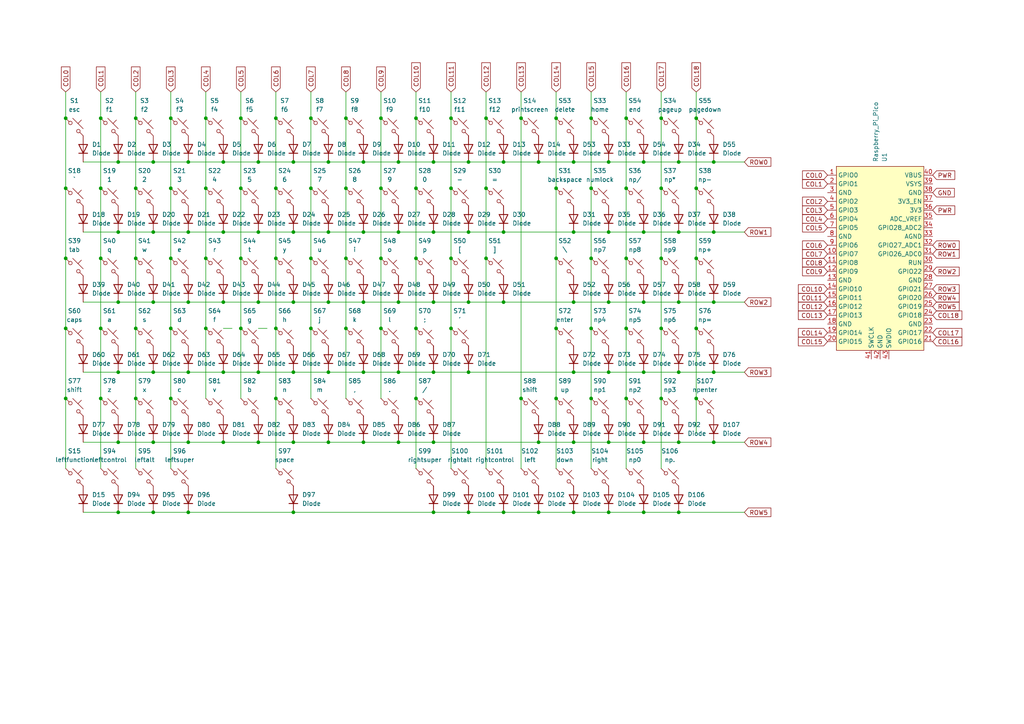
<source format=kicad_sch>
(kicad_sch (version 20250114) (generator "eeschema") (generator_version "9.0")
  (paper "A4")
  (title_block (title "Keyboard") (date "2025-01-14") (rev "1") (company "Jack"))
  (junction (at 186.69 107.95))
  (junction (at 85.09 107.95))
  (junction (at 100.33 95.25))
  (junction (at 54.61 148.59))
  (junction (at 135.89 46.99))
  (junction (at 125.73 46.99))
  (junction (at 146.05 67.31))
  (junction (at 54.61 67.31))
  (junction (at 151.13 34.29))
  (junction (at 176.53 107.95))
  (junction (at 44.45 128.27))
  (junction (at 110.49 34.29))
  (junction (at 130.81 74.93))
  (junction (at 74.93 67.31))
  (junction (at 100.33 74.93))
  (junction (at 207.01 107.95))
  (junction (at 125.73 107.95))
  (junction (at 120.65 115.57))
  (junction (at 64.77 67.31))
  (junction (at 196.85 107.95))
  (junction (at 69.85 54.61))
  (junction (at 85.09 148.59))
  (junction (at 85.09 46.99))
  (junction (at 201.93 34.29))
  (junction (at 44.45 67.31))
  (junction (at 125.73 128.27))
  (junction (at 191.77 115.57))
  (junction (at 105.41 107.95))
  (junction (at 115.57 46.99))
  (junction (at 54.61 107.95))
  (junction (at 105.41 46.99))
  (junction (at 64.77 128.27))
  (junction (at 196.85 67.31))
  (junction (at 146.05 46.99))
  (junction (at 201.93 95.25))
  (junction (at 110.49 74.93))
  (junction (at 115.57 67.31))
  (junction (at 44.45 107.95))
  (junction (at 186.69 87.63))
  (junction (at 69.85 74.93))
  (junction (at 74.93 107.95))
  (junction (at 166.37 46.99))
  (junction (at 120.65 95.25))
  (junction (at 125.73 148.59))
  (junction (at 95.25 46.99))
  (junction (at 186.69 128.27))
  (junction (at 90.17 54.61))
  (junction (at 201.93 54.61))
  (junction (at 19.05 74.93))
  (junction (at 171.45 115.57))
  (junction (at 151.13 115.57))
  (junction (at 49.53 54.61))
  (junction (at 120.65 54.61))
  (junction (at 135.89 107.95))
  (junction (at 80.01 115.57))
  (junction (at 207.01 67.31))
  (junction (at 140.97 34.29))
  (junction (at 191.77 95.25))
  (junction (at 196.85 87.63))
  (junction (at 64.77 87.63))
  (junction (at 156.21 148.59))
  (junction (at 140.97 54.61))
  (junction (at 105.41 128.27))
  (junction (at 110.49 95.25))
  (junction (at 161.29 34.29))
  (junction (at 95.25 107.95))
  (junction (at 191.77 74.93))
  (junction (at 135.89 87.63))
  (junction (at 59.69 54.61))
  (junction (at 39.37 95.25))
  (junction (at 176.53 67.31))
  (junction (at 166.37 148.59))
  (junction (at 85.09 67.31))
  (junction (at 186.69 67.31))
  (junction (at 125.73 67.31))
  (junction (at 90.17 74.93))
  (junction (at 49.53 115.57))
  (junction (at 166.37 67.31))
  (junction (at 100.33 54.61))
  (junction (at 39.37 74.93))
  (junction (at 49.53 34.29))
  (junction (at 80.01 95.25))
  (junction (at 176.53 46.99))
  (junction (at 176.53 148.59))
  (junction (at 161.29 115.57))
  (junction (at 34.29 67.31))
  (junction (at 49.53 74.93))
  (junction (at 130.81 34.29))
  (junction (at 181.61 74.93))
  (junction (at 69.85 95.25))
  (junction (at 186.69 46.99))
  (junction (at 171.45 54.61))
  (junction (at 171.45 34.29))
  (junction (at 201.93 74.93))
  (junction (at 39.37 54.61))
  (junction (at 191.77 34.29))
  (junction (at 59.69 34.29))
  (junction (at 44.45 148.59))
  (junction (at 29.21 34.29))
  (junction (at 80.01 74.93))
  (junction (at 171.45 95.25))
  (junction (at 95.25 67.31))
  (junction (at 64.77 107.95))
  (junction (at 105.41 87.63))
  (junction (at 166.37 128.27))
  (junction (at 207.01 87.63))
  (junction (at 95.25 87.63))
  (junction (at 161.29 74.93))
  (junction (at 90.17 95.25))
  (junction (at 135.89 148.59))
  (junction (at 29.21 115.57))
  (junction (at 19.05 54.61))
  (junction (at 196.85 128.27))
  (junction (at 156.21 128.27))
  (junction (at 181.61 34.29))
  (junction (at 29.21 95.25))
  (junction (at 115.57 87.63))
  (junction (at 34.29 46.99))
  (junction (at 191.77 54.61))
  (junction (at 59.69 95.25))
  (junction (at 69.85 34.29))
  (junction (at 80.01 34.29))
  (junction (at 181.61 54.61))
  (junction (at 166.37 87.63))
  (junction (at 120.65 34.29))
  (junction (at 130.81 95.25))
  (junction (at 80.01 54.61))
  (junction (at 161.29 95.25))
  (junction (at 196.85 148.59))
  (junction (at 95.25 128.27))
  (junction (at 29.21 54.61))
  (junction (at 186.69 148.59))
  (junction (at 49.53 95.25))
  (junction (at 39.37 115.57))
  (junction (at 100.33 34.29))
  (junction (at 176.53 87.63))
  (junction (at 166.37 107.95))
  (junction (at 19.05 34.29))
  (junction (at 130.81 54.61))
  (junction (at 115.57 128.27))
  (junction (at 181.61 95.25))
  (junction (at 74.93 46.99))
  (junction (at 105.41 67.31))
  (junction (at 44.45 87.63))
  (junction (at 120.65 74.93))
  (junction (at 196.85 46.99))
  (junction (at 171.45 74.93))
  (junction (at 74.93 128.27))
  (junction (at 54.61 46.99))
  (junction (at 207.01 128.27))
  (junction (at 64.77 46.99))
  (junction (at 34.29 128.27))
  (junction (at 146.05 87.63))
  (junction (at 207.01 46.99))
  (junction (at 115.57 107.95))
  (junction (at 176.53 128.27))
  (junction (at 34.29 87.63))
  (junction (at 156.21 46.99))
  (junction (at 146.05 148.59))
  (junction (at 110.49 54.61))
  (junction (at 201.93 115.57))
  (junction (at 54.61 128.27))
  (junction (at 39.37 34.29))
  (junction (at 34.29 148.59))
  (junction (at 44.45 46.99))
  (junction (at 125.73 87.63))
  (junction (at 85.09 87.63))
  (junction (at 135.89 67.31))
  (junction (at 54.61 87.63))
  (junction (at 59.69 74.93))
  (junction (at 29.21 74.93))
  (junction (at 181.61 115.57))
  (junction (at 90.17 34.29))
  (junction (at 161.29 54.61))
  (junction (at 74.93 87.63))
  (junction (at 85.09 128.27))
  (junction (at 19.05 95.25))
  (junction (at 34.29 107.95))
  (junction (at 140.97 74.93))
  (junction (at 19.05 115.57))
  (wire (pts (xy 85.09 46.99) (xy 95.25 46.99)))
  (wire (pts (xy 100.33 54.61) (xy 100.33 74.93)))
  (wire (pts (xy 135.89 107.95) (xy 166.37 107.95)))
  (wire (pts (xy 95.25 87.63) (xy 105.41 87.63)))
  (wire (pts (xy 196.85 128.27) (xy 207.01 128.27)))
  (wire (pts (xy 201.93 115.57) (xy 201.93 125.73)))
  (wire (pts (xy 186.69 107.95) (xy 196.85 107.95)))
  (wire (pts (xy 100.33 74.93) (xy 100.33 95.25)))
  (wire (pts (xy 80.01 26.67) (xy 80.01 34.29)))
  (wire (pts (xy 49.53 74.93) (xy 49.53 95.25)))
  (wire (pts (xy 186.69 46.99) (xy 196.85 46.99)))
  (wire (pts (xy 74.93 107.95) (xy 85.09 107.95)))
  (wire (pts (xy 74.93 128.27) (xy 85.09 128.27)))
  (wire (pts (xy 161.29 54.61) (xy 161.29 74.93)))
  (wire (pts (xy 201.93 26.67) (xy 201.93 34.29)))
  (wire (pts (xy 24.13 46.99) (xy 34.29 46.99)))
  (wire (pts (xy 100.33 34.29) (xy 100.33 54.61)))
  (wire (pts (xy 85.09 67.31) (xy 95.25 67.31)))
  (wire (pts (xy 191.77 54.61) (xy 191.77 74.93)))
  (wire (pts (xy 166.37 46.99) (xy 176.53 46.99)))
  (wire (pts (xy 125.73 87.63) (xy 135.89 87.63)))
  (wire (pts (xy 115.57 46.99) (xy 125.73 46.99)))
  (wire (pts (xy 191.77 95.25) (xy 191.77 115.57)))
  (wire (pts (xy 74.93 95.25) (xy 77.47 95.25)))
  (wire (pts (xy 54.61 128.27) (xy 64.77 128.27)))
  (wire (pts (xy 125.73 67.31) (xy 135.89 67.31)))
  (wire (pts (xy 125.73 107.95) (xy 135.89 107.95)))
  (wire (pts (xy 171.45 54.61) (xy 171.45 74.93)))
  (wire (pts (xy 85.09 148.59) (xy 125.73 148.59)))
  (wire (pts (xy 166.37 67.31) (xy 176.53 67.31)))
  (wire (pts (xy 181.61 115.57) (xy 181.61 135.89)))
  (wire (pts (xy 44.45 67.31) (xy 54.61 67.31)))
  (wire (pts (xy 19.05 95.25) (xy 19.05 115.57)))
  (wire (pts (xy 166.37 128.27) (xy 176.53 128.27)))
  (wire (pts (xy 156.21 148.59) (xy 166.37 148.59)))
  (wire (pts (xy 64.77 67.31) (xy 74.93 67.31)))
  (wire (pts (xy 146.05 67.31) (xy 166.37 67.31)))
  (wire (pts (xy 207.01 46.99) (xy 215.9 46.99)))
  (wire (pts (xy 85.09 87.63) (xy 95.25 87.63)))
  (wire (pts (xy 191.77 26.67) (xy 191.77 34.29)))
  (wire (pts (xy 120.65 54.61) (xy 120.65 74.93)))
  (wire (pts (xy 135.89 67.31) (xy 146.05 67.31)))
  (wire (pts (xy 201.93 54.61) (xy 201.93 74.93)))
  (wire (pts (xy 176.53 46.99) (xy 186.69 46.99)))
  (wire (pts (xy 186.69 148.59) (xy 196.85 148.59)))
  (wire (pts (xy 59.69 95.25) (xy 59.69 115.57)))
  (wire (pts (xy 166.37 107.95) (xy 176.53 107.95)))
  (wire (pts (xy 44.45 107.95) (xy 54.61 107.95)))
  (wire (pts (xy 64.77 87.63) (xy 74.93 87.63)))
  (wire (pts (xy 69.85 34.29) (xy 69.85 54.61)))
  (wire (pts (xy 135.89 87.63) (xy 146.05 87.63)))
  (wire (pts (xy 90.17 34.29) (xy 90.17 54.61)))
  (wire (pts (xy 140.97 54.61) (xy 140.97 74.93)))
  (wire (pts (xy 151.13 115.57) (xy 151.13 135.89)))
  (wire (pts (xy 54.61 148.59) (xy 85.09 148.59)))
  (wire (pts (xy 74.93 46.99) (xy 85.09 46.99)))
  (wire (pts (xy 110.49 26.67) (xy 110.49 34.29)))
  (wire (pts (xy 125.73 46.99) (xy 135.89 46.99)))
  (wire (pts (xy 176.53 67.31) (xy 186.69 67.31)))
  (wire (pts (xy 80.01 34.29) (xy 80.01 54.61)))
  (wire (pts (xy 80.01 54.61) (xy 80.01 74.93)))
  (wire (pts (xy 151.13 26.67) (xy 151.13 34.29)))
  (wire (pts (xy 54.61 67.31) (xy 64.77 67.31)))
  (wire (pts (xy 39.37 95.25) (xy 39.37 115.57)))
  (wire (pts (xy 85.09 107.95) (xy 95.25 107.95)))
  (wire (pts (xy 44.45 148.59) (xy 54.61 148.59)))
  (wire (pts (xy 135.89 46.99) (xy 146.05 46.99)))
  (wire (pts (xy 176.53 87.63) (xy 186.69 87.63)))
  (wire (pts (xy 125.73 148.59) (xy 135.89 148.59)))
  (wire (pts (xy 100.33 95.25) (xy 100.33 115.57)))
  (wire (pts (xy 80.01 74.93) (xy 80.01 95.25)))
  (wire (pts (xy 100.33 26.67) (xy 100.33 34.29)))
  (wire (pts (xy 176.53 128.27) (xy 186.69 128.27)))
  (wire (pts (xy 44.45 46.99) (xy 54.61 46.99)))
  (wire (pts (xy 69.85 26.67) (xy 69.85 34.29)))
  (wire (pts (xy 171.45 74.93) (xy 171.45 95.25)))
  (wire (pts (xy 19.05 26.67) (xy 19.05 34.29)))
  (wire (pts (xy 181.61 54.61) (xy 181.61 74.93)))
  (wire (pts (xy 59.69 34.29) (xy 59.69 54.61)))
  (wire (pts (xy 120.65 34.29) (xy 120.65 54.61)))
  (wire (pts (xy 110.49 34.29) (xy 110.49 54.61)))
  (wire (pts (xy 196.85 67.31) (xy 207.01 67.31)))
  (wire (pts (xy 171.45 34.29) (xy 171.45 54.61)))
  (wire (pts (xy 19.05 115.57) (xy 19.05 135.89)))
  (wire (pts (xy 95.25 107.95) (xy 105.41 107.95)))
  (wire (pts (xy 74.93 67.31) (xy 85.09 67.31)))
  (wire (pts (xy 125.73 128.27) (xy 156.21 128.27)))
  (wire (pts (xy 120.65 115.57) (xy 120.65 135.89)))
  (wire (pts (xy 130.81 26.67) (xy 130.81 34.29)))
  (wire (pts (xy 146.05 46.99) (xy 156.21 46.99)))
  (wire (pts (xy 54.61 46.99) (xy 64.77 46.99)))
  (wire (pts (xy 34.29 107.95) (xy 44.45 107.95)))
  (wire (pts (xy 207.01 67.31) (xy 215.9 67.31)))
  (wire (pts (xy 95.25 67.31) (xy 105.41 67.31)))
  (wire (pts (xy 34.29 128.27) (xy 44.45 128.27)))
  (wire (pts (xy 19.05 74.93) (xy 19.05 95.25)))
  (wire (pts (xy 176.53 107.95) (xy 186.69 107.95)))
  (wire (pts (xy 69.85 74.93) (xy 69.85 95.25)))
  (wire (pts (xy 69.85 54.61) (xy 69.85 74.93)))
  (wire (pts (xy 146.05 148.59) (xy 156.21 148.59)))
  (wire (pts (xy 130.81 95.25) (xy 130.81 135.89)))
  (wire (pts (xy 39.37 26.67) (xy 39.37 34.29)))
  (wire (pts (xy 115.57 87.63) (xy 125.73 87.63)))
  (wire (pts (xy 186.69 128.27) (xy 196.85 128.27)))
  (wire (pts (xy 115.57 67.31) (xy 125.73 67.31)))
  (wire (pts (xy 49.53 26.67) (xy 49.53 34.29)))
  (wire (pts (xy 161.29 95.25) (xy 161.29 115.57)))
  (wire (pts (xy 69.85 95.25) (xy 69.85 115.57)))
  (wire (pts (xy 39.37 74.93) (xy 39.37 95.25)))
  (wire (pts (xy 120.65 95.25) (xy 120.65 115.57)))
  (wire (pts (xy 115.57 128.27) (xy 125.73 128.27)))
  (wire (pts (xy 120.65 74.93) (xy 120.65 95.25)))
  (wire (pts (xy 80.01 115.57) (xy 80.01 135.89)))
  (wire (pts (xy 34.29 87.63) (xy 44.45 87.63)))
  (wire (pts (xy 161.29 74.93) (xy 161.29 95.25)))
  (wire (pts (xy 181.61 34.29) (xy 181.61 54.61)))
  (wire (pts (xy 140.97 74.93) (xy 140.97 135.89)))
  (wire (pts (xy 181.61 26.67) (xy 181.61 34.29)))
  (wire (pts (xy 24.13 87.63) (xy 34.29 87.63)))
  (wire (pts (xy 49.53 54.61) (xy 49.53 74.93)))
  (wire (pts (xy 19.05 54.61) (xy 19.05 74.93)))
  (wire (pts (xy 181.61 74.93) (xy 181.61 95.25)))
  (wire (pts (xy 64.77 95.25) (xy 67.31 95.25)))
  (wire (pts (xy 130.81 34.29) (xy 130.81 54.61)))
  (wire (pts (xy 29.21 26.67) (xy 29.21 34.29)))
  (wire (pts (xy 110.49 95.25) (xy 110.49 115.57)))
  (wire (pts (xy 90.17 26.67) (xy 90.17 34.29)))
  (wire (pts (xy 181.61 95.25) (xy 181.61 115.57)))
  (wire (pts (xy 95.25 46.99) (xy 105.41 46.99)))
  (wire (pts (xy 64.77 46.99) (xy 74.93 46.99)))
  (wire (pts (xy 90.17 95.25) (xy 90.17 115.57)))
  (wire (pts (xy 110.49 74.93) (xy 110.49 95.25)))
  (wire (pts (xy 130.81 74.93) (xy 130.81 95.25)))
  (wire (pts (xy 161.29 26.67) (xy 161.29 34.29)))
  (wire (pts (xy 90.17 54.61) (xy 90.17 74.93)))
  (wire (pts (xy 171.45 26.67) (xy 171.45 34.29)))
  (wire (pts (xy 59.69 74.93) (xy 59.69 95.25)))
  (wire (pts (xy 54.61 87.63) (xy 64.77 87.63)))
  (wire (pts (xy 207.01 87.63) (xy 215.9 87.63)))
  (wire (pts (xy 105.41 67.31) (xy 115.57 67.31)))
  (wire (pts (xy 105.41 46.99) (xy 115.57 46.99)))
  (wire (pts (xy 140.97 26.67) (xy 140.97 34.29)))
  (wire (pts (xy 64.77 107.95) (xy 74.93 107.95)))
  (wire (pts (xy 196.85 46.99) (xy 207.01 46.99)))
  (wire (pts (xy 161.29 34.29) (xy 161.29 54.61)))
  (wire (pts (xy 171.45 115.57) (xy 171.45 135.89)))
  (wire (pts (xy 59.69 26.67) (xy 59.69 34.29)))
  (wire (pts (xy 105.41 107.95) (xy 115.57 107.95)))
  (wire (pts (xy 49.53 115.57) (xy 49.53 135.89)))
  (wire (pts (xy 140.97 34.29) (xy 140.97 54.61)))
  (wire (pts (xy 39.37 54.61) (xy 39.37 74.93)))
  (wire (pts (xy 85.09 128.27) (xy 95.25 128.27)))
  (wire (pts (xy 24.13 148.59) (xy 34.29 148.59)))
  (wire (pts (xy 166.37 148.59) (xy 176.53 148.59)))
  (wire (pts (xy 105.41 87.63) (xy 115.57 87.63)))
  (wire (pts (xy 29.21 95.25) (xy 29.21 115.57)))
  (wire (pts (xy 64.77 128.27) (xy 74.93 128.27)))
  (wire (pts (xy 191.77 34.29) (xy 191.77 54.61)))
  (wire (pts (xy 186.69 87.63) (xy 196.85 87.63)))
  (wire (pts (xy 74.93 87.63) (xy 85.09 87.63)))
  (wire (pts (xy 120.65 26.67) (xy 120.65 34.29)))
  (wire (pts (xy 156.21 46.99) (xy 166.37 46.99)))
  (wire (pts (xy 29.21 54.61) (xy 29.21 74.93)))
  (wire (pts (xy 24.13 128.27) (xy 34.29 128.27)))
  (wire (pts (xy 171.45 95.25) (xy 171.45 115.57)))
  (wire (pts (xy 207.01 128.27) (xy 215.9 128.27)))
  (wire (pts (xy 24.13 107.95) (xy 34.29 107.95)))
  (wire (pts (xy 156.21 128.27) (xy 166.37 128.27)))
  (wire (pts (xy 166.37 87.63) (xy 176.53 87.63)))
  (wire (pts (xy 201.93 95.25) (xy 201.93 115.57)))
  (wire (pts (xy 146.05 87.63) (xy 166.37 87.63)))
  (wire (pts (xy 176.53 148.59) (xy 186.69 148.59)))
  (wire (pts (xy 90.17 74.93) (xy 90.17 95.25)))
  (wire (pts (xy 207.01 107.95) (xy 215.9 107.95)))
  (wire (pts (xy 196.85 107.95) (xy 207.01 107.95)))
  (wire (pts (xy 110.49 54.61) (xy 110.49 74.93)))
  (wire (pts (xy 34.29 148.59) (xy 44.45 148.59)))
  (wire (pts (xy 191.77 115.57) (xy 191.77 135.89)))
  (wire (pts (xy 39.37 115.57) (xy 39.37 135.89)))
  (wire (pts (xy 105.41 128.27) (xy 115.57 128.27)))
  (wire (pts (xy 54.61 107.95) (xy 64.77 107.95)))
  (wire (pts (xy 29.21 74.93) (xy 29.21 95.25)))
  (wire (pts (xy 191.77 74.93) (xy 191.77 95.25)))
  (wire (pts (xy 24.13 67.31) (xy 34.29 67.31)))
  (wire (pts (xy 59.69 54.61) (xy 59.69 74.93)))
  (wire (pts (xy 44.45 87.63) (xy 54.61 87.63)))
  (wire (pts (xy 34.29 46.99) (xy 44.45 46.99)))
  (wire (pts (xy 186.69 67.31) (xy 196.85 67.31)))
  (wire (pts (xy 49.53 95.25) (xy 49.53 115.57)))
  (wire (pts (xy 196.85 87.63) (xy 207.01 87.63)))
  (wire (pts (xy 29.21 34.29) (xy 29.21 54.61)))
  (wire (pts (xy 29.21 115.57) (xy 29.21 135.89)))
  (wire (pts (xy 49.53 34.29) (xy 49.53 54.61)))
  (wire (pts (xy 115.57 107.95) (xy 125.73 107.95)))
  (wire (pts (xy 130.81 54.61) (xy 130.81 74.93)))
  (wire (pts (xy 95.25 128.27) (xy 105.41 128.27)))
  (wire (pts (xy 44.45 128.27) (xy 54.61 128.27)))
  (wire (pts (xy 201.93 34.29) (xy 201.93 54.61)))
  (wire (pts (xy 135.89 148.59) (xy 146.05 148.59)))
  (wire (pts (xy 161.29 115.57) (xy 161.29 135.89)))
  (wire (pts (xy 19.05 34.29) (xy 19.05 54.61)))
  (wire (pts (xy 151.13 34.29) (xy 151.13 115.57)))
  (wire (pts (xy 80.01 95.25) (xy 80.01 115.57)))
  (wire (pts (xy 196.85 148.59) (xy 215.9 148.59)))
  (wire (pts (xy 34.29 67.31) (xy 44.45 67.31)))
  (wire (pts (xy 39.37 34.29) (xy 39.37 54.61)))
  (wire (pts (xy 201.93 74.93) (xy 201.93 95.25)))
  (global_label "ROW0" (shape input) (at 270.51 71.12 0) (property "Intersheetrefs" "${INTERSHEET_REFS}" (effects (hide yes))))
  (global_label "COL10" (shape input) (at 120.65 26.67 90) (property "Intersheetrefs" "${INTERSHEET_REFS}" (effects (hide yes))))
  (global_label "COL16" (shape input) (at 181.61 26.67 90) (property "Intersheetrefs" "${INTERSHEET_REFS}" (effects (hide yes))))
  (global_label "ROW2" (shape input) (at 215.9 87.63 0) (property "Intersheetrefs" "${INTERSHEET_REFS}" (effects (hide yes))))
  (global_label "COL3" (shape input) (at 240.03 60.96 180) (property "Intersheetrefs" "${INTERSHEET_REFS}" (effects (hide yes))))
  (global_label "COL3" (shape input) (at 49.53 26.67 90) (property "Intersheetrefs" "${INTERSHEET_REFS}" (effects (hide yes))))
  (global_label "COL12" (shape input) (at 140.97 26.67 90) (property "Intersheetrefs" "${INTERSHEET_REFS}" (effects (hide yes))))
  (global_label "COL12" (shape input) (at 240.03 88.9 180) (property "Intersheetrefs" "${INTERSHEET_REFS}" (effects (hide yes))))
  (global_label "PWR" (shape input) (at 270.51 50.8 0) (property "Intersheetrefs" "${INTERSHEET_REFS}" (effects (hide yes))))
  (global_label "COL16" (shape input) (at 270.51 99.06 0) (property "Intersheetrefs" "${INTERSHEET_REFS}" (effects (hide yes))))
  (global_label "ROW2" (shape input) (at 270.51 78.74 0) (property "Intersheetrefs" "${INTERSHEET_REFS}" (effects (hide yes))))
  (global_label "COL11" (shape input) (at 130.81 26.67 90) (property "Intersheetrefs" "${INTERSHEET_REFS}" (effects (hide yes))))
  (global_label "GND" (shape input) (at 270.51 55.88 0) (property "Intersheetrefs" "${INTERSHEET_REFS}" (effects (hide yes))))
  (global_label "PWR" (shape input) (at 270.51 60.96 0) (property "Intersheetrefs" "${INTERSHEET_REFS}" (effects (hide yes))))
  (global_label "COL13" (shape input) (at 240.03 91.44 180) (property "Intersheetrefs" "${INTERSHEET_REFS}" (effects (hide yes))))
  (global_label "COL9" (shape input) (at 240.03 78.74 180) (property "Intersheetrefs" "${INTERSHEET_REFS}" (effects (hide yes))))
  (global_label "COL9" (shape input) (at 110.49 26.67 90) (property "Intersheetrefs" "${INTERSHEET_REFS}" (effects (hide yes))))
  (global_label "COL2" (shape input) (at 240.03 58.42 180) (property "Intersheetrefs" "${INTERSHEET_REFS}" (effects (hide yes))))
  (global_label "COL1" (shape input) (at 29.21 26.67 90) (property "Intersheetrefs" "${INTERSHEET_REFS}" (effects (hide yes))))
  (global_label "COL11" (shape input) (at 240.03 86.36 180) (property "Intersheetrefs" "${INTERSHEET_REFS}" (effects (hide yes))))
  (global_label "ROW1" (shape input) (at 215.9 67.31 0) (property "Intersheetrefs" "${INTERSHEET_REFS}" (effects (hide yes))))
  (global_label "COL8" (shape input) (at 100.33 26.67 90) (property "Intersheetrefs" "${INTERSHEET_REFS}" (effects (hide yes))))
  (global_label "ROW0" (shape input) (at 215.9 46.99 0) (property "Intersheetrefs" "${INTERSHEET_REFS}" (effects (hide yes))))
  (global_label "COL4" (shape input) (at 59.69 26.67 90) (property "Intersheetrefs" "${INTERSHEET_REFS}" (effects (hide yes))))
  (global_label "COL0" (shape input) (at 19.05 26.67 90) (property "Intersheetrefs" "${INTERSHEET_REFS}" (effects (hide yes))))
  (global_label "COL18" (shape input) (at 270.51 91.44 0) (property "Intersheetrefs" "${INTERSHEET_REFS}" (effects (hide yes))))
  (global_label "COL5" (shape input) (at 69.85 26.67 90) (property "Intersheetrefs" "${INTERSHEET_REFS}" (effects (hide yes))))
  (global_label "COL15" (shape input) (at 171.45 26.67 90) (property "Intersheetrefs" "${INTERSHEET_REFS}" (effects (hide yes))))
  (global_label "COL17" (shape input) (at 191.77 26.67 90) (property "Intersheetrefs" "${INTERSHEET_REFS}" (effects (hide yes))))
  (global_label "ROW4" (shape input) (at 270.51 86.36 0) (property "Intersheetrefs" "${INTERSHEET_REFS}" (effects (hide yes))))
  (global_label "ROW3" (shape input) (at 270.51 83.82 0) (property "Intersheetrefs" "${INTERSHEET_REFS}" (effects (hide yes))))
  (global_label "COL2" (shape input) (at 39.37 26.67 90) (property "Intersheetrefs" "${INTERSHEET_REFS}" (effects (hide yes))))
  (global_label "COL6" (shape input) (at 80.01 26.67 90) (property "Intersheetrefs" "${INTERSHEET_REFS}" (effects (hide yes))))
  (global_label "COL14" (shape input) (at 161.29 26.67 90) (property "Intersheetrefs" "${INTERSHEET_REFS}" (effects (hide yes))))
  (global_label "COL1" (shape input) (at 240.03 53.34 180) (property "Intersheetrefs" "${INTERSHEET_REFS}" (effects (hide yes))))
  (global_label "ROW4" (shape input) (at 215.9 128.27 0) (property "Intersheetrefs" "${INTERSHEET_REFS}" (effects (hide yes))))
  (global_label "ROW5" (shape input) (at 215.9 148.59 0) (property "Intersheetrefs" "${INTERSHEET_REFS}" (effects (hide yes))))
  (global_label "COL4" (shape input) (at 240.03 63.5 180) (property "Intersheetrefs" "${INTERSHEET_REFS}" (effects (hide yes))))
  (global_label "COL7" (shape input) (at 240.03 73.66 180) (property "Intersheetrefs" "${INTERSHEET_REFS}" (effects (hide yes))))
  (global_label "COL0" (shape input) (at 240.03 50.8 180) (property "Intersheetrefs" "${INTERSHEET_REFS}" (effects (hide yes))))
  (global_label "COL8" (shape input) (at 240.03 76.2 180) (property "Intersheetrefs" "${INTERSHEET_REFS}" (effects (hide yes))))
  (global_label "COL6" (shape input) (at 240.03 71.12 180) (property "Intersheetrefs" "${INTERSHEET_REFS}" (effects (hide yes))))
  (global_label "ROW5" (shape input) (at 270.51 88.9 0) (property "Intersheetrefs" "${INTERSHEET_REFS}" (effects (hide yes))))
  (global_label "COL5" (shape input) (at 240.03 66.04 180) (property "Intersheetrefs" "${INTERSHEET_REFS}" (effects (hide yes))))
  (global_label "COL18" (shape input) (at 201.93 26.67 90) (property "Intersheetrefs" "${INTERSHEET_REFS}" (effects (hide yes))))
  (global_label "COL13" (shape input) (at 151.13 26.67 90) (property "Intersheetrefs" "${INTERSHEET_REFS}" (effects (hide yes))))
  (global_label "ROW1" (shape input) (at 270.51 73.66 0) (property "Intersheetrefs" "${INTERSHEET_REFS}" (effects (hide yes))))
  (global_label "COL7" (shape input) (at 90.17 26.67 90) (property "Intersheetrefs" "${INTERSHEET_REFS}" (effects (hide yes))))
  (global_label "COL17" (shape input) (at 270.51 96.52 0) (property "Intersheetrefs" "${INTERSHEET_REFS}" (effects (hide yes))))
  (global_label "ROW3" (shape input) (at 215.9 107.95 0) (property "Intersheetrefs" "${INTERSHEET_REFS}" (effects (hide yes))))
  (global_label "COL14" (shape input) (at 240.03 96.52 180) (property "Intersheetrefs" "${INTERSHEET_REFS}" (effects (hide yes))))
  (global_label "COL10" (shape input) (at 240.03 83.82 180) (property "Intersheetrefs" "${INTERSHEET_REFS}" (effects (hide yes))))
  (global_label "COL15" (shape input) (at 240.03 99.06 180) (property "Intersheetrefs" "${INTERSHEET_REFS}" (effects (hide yes))))
  (symbol (lib_id "ScottoKeebs:Placeholder_Keyswitch") (at 31.75 138.43 0) (unit 1)
    (property "Reference" "S94" (at 31.75 130.81 0))
    (property "Value" "leftcontrol" (at 31.75 133.35 0))
    (property "Footprint" "ScottoKeebs_Hotswap:Hotswap_MX_1.00u" (effects (hide yes)))
    (property "Description" "Push button switch, normally open, two pins, 45° tilted" (effects (hide yes)))
  )
  (symbol (lib_id "ScottoKeebs:Placeholder_Keyswitch") (at 92.71 118.11 0) (unit 1)
    (property "Reference" "S84" (at 92.71 110.49 0))
    (property "Value" "m" (at 92.71 113.03 0))
    (property "Footprint" "ScottoKeebs_Hotswap:Hotswap_MX_1.00u" (effects (hide yes)))
    (property "Description" "Push button switch, normally open, two pins, 45° tilted" (effects (hide yes)))
  )
  (symbol (lib_id "ScottoKeebs:Placeholder_Keyswitch") (at 184.15 138.43 0) (unit 1)
    (property "Reference" "S105" (at 184.15 130.81 0))
    (property "Value" "np0" (at 184.15 133.35 0))
    (property "Footprint" "ScottoKeebs_Hotswap:Hotswap_MX_1.00u" (effects (hide yes)))
    (property "Description" "Push button switch, normally open, two pins, 45° tilted" (effects (hide yes)))
  )
  (symbol (lib_id "ScottoKeebs:Placeholder_Diode") (at 34.29 144.78 90) (unit 1)
    (property "Reference" "D94" (at 36.83 143.5099 90) (effects (justify right)))
    (property "Value" "Diode" (at 36.83 146.0499 90) (effects (justify right)))
    (property "Footprint" "ScottoKeebs_Components:Diode_DO-35" (effects (hide yes)))
    (property "Description" "1N4148 (DO-35) or 1N4148W (SOD-123)" (effects (hide yes)))
    (property "Sim.Device" "D" (effects (hide yes)))
    (property "Sim.Pins" "1=K 2=A" (effects (hide yes)))
  )
  (symbol (lib_id "ScottoKeebs:Placeholder_Diode") (at 125.73 43.18 90) (unit 1)
    (property "Reference" "D11" (at 128.27 41.9099 90) (effects (justify right)))
    (property "Value" "Diode" (at 128.27 44.4499 90) (effects (justify right)))
    (property "Footprint" "ScottoKeebs_Components:Diode_DO-35" (effects (hide yes)))
    (property "Description" "1N4148 (DO-35) or 1N4148W (SOD-123)" (effects (hide yes)))
    (property "Sim.Device" "D" (effects (hide yes)))
    (property "Sim.Pins" "1=K 2=A" (effects (hide yes)))
  )
  (symbol (lib_id "ScottoKeebs:Placeholder_Diode") (at 85.09 63.5 90) (unit 1)
    (property "Reference" "D24" (at 87.63 62.2299 90) (effects (justify right)))
    (property "Value" "Diode" (at 87.63 64.7699 90) (effects (justify right)))
    (property "Footprint" "ScottoKeebs_Components:Diode_DO-35" (effects (hide yes)))
    (property "Description" "1N4148 (DO-35) or 1N4148W (SOD-123)" (effects (hide yes)))
    (property "Sim.Device" "D" (effects (hide yes)))
    (property "Sim.Pins" "1=K 2=A" (effects (hide yes)))
  )
  (symbol (lib_id "ScottoKeebs:Placeholder_Keyswitch") (at 62.23 77.47 0) (unit 1)
    (property "Reference" "S43" (at 62.23 69.85 0))
    (property "Value" "r" (at 62.23 72.39 0))
    (property "Footprint" "ScottoKeebs_Hotswap:Hotswap_MX_1.00u" (effects (hide yes)))
    (property "Description" "Push button switch, normally open, two pins, 45° tilted" (effects (hide yes)))
  )
  (symbol (lib_id "ScottoKeebs:Placeholder_Keyswitch") (at 143.51 57.15 0) (unit 1)
    (property "Reference" "S30" (at 143.51 49.53 0))
    (property "Value" "=" (at 143.51 52.07 0))
    (property "Footprint" "ScottoKeebs_Hotswap:Hotswap_MX_1.00u" (effects (hide yes)))
    (property "Description" "Push button switch, normally open, two pins, 45° tilted" (effects (hide yes)))
  )
  (symbol (lib_id "ScottoKeebs:Placeholder_Keyswitch") (at 123.19 57.15 0) (unit 1)
    (property "Reference" "S28" (at 123.19 49.53 0))
    (property "Value" "0" (at 123.19 52.07 0))
    (property "Footprint" "ScottoKeebs_Hotswap:Hotswap_MX_1.00u" (effects (hide yes)))
    (property "Description" "Push button switch, normally open, two pins, 45° tilted" (effects (hide yes)))
  )
  (symbol (lib_id "ScottoKeebs:Placeholder_Keyswitch") (at 123.19 77.47 0) (unit 1)
    (property "Reference" "S49" (at 123.19 69.85 0))
    (property "Value" "p" (at 123.19 72.39 0))
    (property "Footprint" "ScottoKeebs_Hotswap:Hotswap_MX_1.00u" (effects (hide yes)))
    (property "Description" "Push button switch, normally open, two pins, 45° tilted" (effects (hide yes)))
  )
  (symbol (lib_id "ScottoKeebs:Placeholder_Keyswitch") (at 163.83 118.11 0) (unit 1)
    (property "Reference" "S89" (at 163.83 110.49 0))
    (property "Value" "up" (at 163.83 113.03 0))
    (property "Footprint" "ScottoKeebs_Hotswap:Hotswap_MX_1.00u" (effects (hide yes)))
    (property "Description" "Push button switch, normally open, two pins, 45° tilted" (effects (hide yes)))
  )
  (symbol (lib_id "ScottoKeebs:Placeholder_Diode") (at 186.69 104.14 90) (unit 1)
    (property "Reference" "D74" (at 189.23 102.8699 90) (effects (justify right)))
    (property "Value" "Diode" (at 189.23 105.4099 90) (effects (justify right)))
    (property "Footprint" "ScottoKeebs_Components:Diode_DO-35" (effects (hide yes)))
    (property "Description" "1N4148 (DO-35) or 1N4148W (SOD-123)" (effects (hide yes)))
    (property "Sim.Device" "D" (effects (hide yes)))
    (property "Sim.Pins" "1=K 2=A" (effects (hide yes)))
  )
  (symbol (lib_id "ScottoKeebs:Placeholder_Keyswitch") (at 52.07 138.43 0) (unit 1)
    (property "Reference" "S96" (at 52.07 130.81 0))
    (property "Value" "leftsuper" (at 52.07 133.35 0))
    (property "Footprint" "ScottoKeebs_Hotswap:Hotswap_MX_1.00u" (effects (hide yes)))
    (property "Description" "Push button switch, normally open, two pins, 45° tilted" (effects (hide yes)))
  )
  (symbol (lib_id "ScottoKeebs:Placeholder_Keyswitch") (at 173.99 97.79 0) (unit 1)
    (property "Reference" "S73" (at 173.99 90.17 0))
    (property "Value" "np4" (at 173.99 92.71 0))
    (property "Footprint" "ScottoKeebs_Hotswap:Hotswap_MX_1.00u" (effects (hide yes)))
    (property "Description" "Push button switch, normally open, two pins, 45° tilted" (effects (hide yes)))
  )
  (symbol (lib_id "ScottoKeebs:Placeholder_Diode") (at 186.69 83.82 90) (unit 1)
    (property "Reference" "D57" (at 189.23 82.5499 90) (effects (justify right)))
    (property "Value" "Diode" (at 189.23 85.0899 90) (effects (justify right)))
    (property "Footprint" "ScottoKeebs_Components:Diode_DO-35" (effects (hide yes)))
    (property "Description" "1N4148 (DO-35) or 1N4148W (SOD-123)" (effects (hide yes)))
    (property "Sim.Device" "D" (effects (hide yes)))
    (property "Sim.Pins" "1=K 2=A" (effects (hide yes)))
  )
  (symbol (lib_id "ScottoKeebs:Placeholder_Diode") (at 44.45 104.14 90) (unit 1)
    (property "Reference" "D62" (at 46.99 102.8699 90) (effects (justify right)))
    (property "Value" "Diode" (at 46.99 105.4099 90) (effects (justify right)))
    (property "Footprint" "ScottoKeebs_Components:Diode_DO-35" (effects (hide yes)))
    (property "Description" "1N4148 (DO-35) or 1N4148W (SOD-123)" (effects (hide yes)))
    (property "Sim.Device" "D" (effects (hide yes)))
    (property "Sim.Pins" "1=K 2=A" (effects (hide yes)))
  )
  (symbol (lib_id "ScottoKeebs:Placeholder_Keyswitch") (at 173.99 118.11 0) (unit 1)
    (property "Reference" "S90" (at 173.99 110.49 0))
    (property "Value" "np1" (at 173.99 113.03 0))
    (property "Footprint" "ScottoKeebs_Hotswap:Hotswap_MX_1.00u" (effects (hide yes)))
    (property "Description" "Push button switch, normally open, two pins, 45° tilted" (effects (hide yes)))
  )
  (symbol (lib_id "ScottoKeebs:Placeholder_Diode") (at 176.53 124.46 90) (unit 1)
    (property "Reference" "D90" (at 179.07 123.1899 90) (effects (justify right)))
    (property "Value" "Diode" (at 179.07 125.7299 90) (effects (justify right)))
    (property "Footprint" "ScottoKeebs_Components:Diode_DO-35" (effects (hide yes)))
    (property "Description" "1N4148 (DO-35) or 1N4148W (SOD-123)" (effects (hide yes)))
    (property "Sim.Device" "D" (effects (hide yes)))
    (property "Sim.Pins" "1=K 2=A" (effects (hide yes)))
  )
  (symbol (lib_id "ScottoKeebs:Placeholder_Diode") (at 176.53 144.78 90) (unit 1)
    (property "Reference" "D104" (at 179.07 143.5099 90) (effects (justify right)))
    (property "Value" "Diode" (at 179.07 146.0499 90) (effects (justify right)))
    (property "Footprint" "ScottoKeebs_Components:Diode_DO-35" (effects (hide yes)))
    (property "Description" "1N4148 (DO-35) or 1N4148W (SOD-123)" (effects (hide yes)))
    (property "Sim.Device" "D" (effects (hide yes)))
    (property "Sim.Pins" "1=K 2=A" (effects (hide yes)))
  )
  (symbol (lib_id "ScottoKeebs:Placeholder_Keyswitch") (at 52.07 77.47 0) (unit 1)
    (property "Reference" "S42" (at 52.07 69.85 0))
    (property "Value" "e" (at 52.07 72.39 0))
    (property "Footprint" "ScottoKeebs_Hotswap:Hotswap_MX_1.00u" (effects (hide yes)))
    (property "Description" "Push button switch, normally open, two pins, 45° tilted" (effects (hide yes)))
  )
  (symbol (lib_id "ScottoKeebs:Placeholder_Keyswitch") (at 52.07 57.15 0) (unit 1)
    (property "Reference" "S21" (at 52.07 49.53 0))
    (property "Value" "3" (at 52.07 52.07 0))
    (property "Footprint" "ScottoKeebs_Hotswap:Hotswap_MX_1.00u" (effects (hide yes)))
    (property "Description" "Push button switch, normally open, two pins, 45° tilted" (effects (hide yes)))
  )
  (symbol (lib_id "ScottoKeebs:Placeholder_Diode") (at 85.09 83.82 90) (unit 1)
    (property "Reference" "D45" (at 87.63 82.5499 90) (effects (justify right)))
    (property "Value" "Diode" (at 87.63 85.0899 90) (effects (justify right)))
    (property "Footprint" "ScottoKeebs_Components:Diode_DO-35" (effects (hide yes)))
    (property "Description" "1N4148 (DO-35) or 1N4148W (SOD-123)" (effects (hide yes)))
    (property "Sim.Device" "D" (effects (hide yes)))
    (property "Sim.Pins" "1=K 2=A" (effects (hide yes)))
  )
  (symbol (lib_id "ScottoKeebs:Placeholder_Diode") (at 85.09 104.14 90) (unit 1)
    (property "Reference" "D66" (at 87.63 102.8699 90) (effects (justify right)))
    (property "Value" "Diode" (at 87.63 105.4099 90) (effects (justify right)))
    (property "Footprint" "ScottoKeebs_Components:Diode_DO-35" (effects (hide yes)))
    (property "Description" "1N4148 (DO-35) or 1N4148W (SOD-123)" (effects (hide yes)))
    (property "Sim.Device" "D" (effects (hide yes)))
    (property "Sim.Pins" "1=K 2=A" (effects (hide yes)))
  )
  (symbol (lib_id "ScottoKeebs:Placeholder_Diode") (at 54.61 43.18 90) (unit 1)
    (property "Reference" "D4" (at 57.15 41.9099 90) (effects (justify right)))
    (property "Value" "Diode" (at 57.15 44.4499 90) (effects (justify right)))
    (property "Footprint" "ScottoKeebs_Components:Diode_DO-35" (effects (hide yes)))
    (property "Description" "1N4148 (DO-35) or 1N4148W (SOD-123)" (effects (hide yes)))
    (property "Sim.Device" "D" (effects (hide yes)))
    (property "Sim.Pins" "1=K 2=A" (effects (hide yes)))
  )
  (symbol (lib_id "ScottoKeebs:Placeholder_Diode") (at 196.85 124.46 90) (unit 1)
    (property "Reference" "D92" (at 199.39 123.1899 90) (effects (justify right)))
    (property "Value" "Diode" (at 199.39 125.7299 90) (effects (justify right)))
    (property "Footprint" "ScottoKeebs_Components:Diode_DO-35" (effects (hide yes)))
    (property "Description" "1N4148 (DO-35) or 1N4148W (SOD-123)" (effects (hide yes)))
    (property "Sim.Device" "D" (effects (hide yes)))
    (property "Sim.Pins" "1=K 2=A" (effects (hide yes)))
  )
  (symbol (lib_id "ScottoKeebs:Placeholder_Keyswitch") (at 163.83 36.83 0) (unit 1)
    (property "Reference" "S53" (at 163.83 29.21 0))
    (property "Value" "delete" (at 163.83 31.75 0))
    (property "Footprint" "ScottoKeebs_Hotswap:Hotswap_MX_1.00u" (effects (hide yes)))
    (property "Description" "Push button switch, normally open, two pins, 45° tilted" (effects (hide yes)))
  )
  (symbol (lib_id "ScottoKeebs:Placeholder_Diode") (at 74.93 63.5 90) (unit 1)
    (property "Reference" "D23" (at 77.47 62.2299 90) (effects (justify right)))
    (property "Value" "Diode" (at 77.47 64.7699 90) (effects (justify right)))
    (property "Footprint" "ScottoKeebs_Components:Diode_DO-35" (effects (hide yes)))
    (property "Description" "1N4148 (DO-35) or 1N4148W (SOD-123)" (effects (hide yes)))
    (property "Sim.Device" "D" (effects (hide yes)))
    (property "Sim.Pins" "1=K 2=A" (effects (hide yes)))
  )
  (symbol (lib_id "ScottoKeebs:Placeholder_Keyswitch") (at 21.59 57.15 0) (unit 1)
    (property "Reference" "S18" (at 21.59 49.53 0))
    (property "Value" "`" (at 21.59 52.07 0))
    (property "Footprint" "ScottoKeebs_Hotswap:Hotswap_MX_1.00u" (effects (hide yes)))
    (property "Description" "Push button switch, normally open, two pins, 45° tilted" (effects (hide yes)))
  )
  (symbol (lib_id "ScottoKeebs:Placeholder_Keyswitch") (at 21.59 138.43 0) (unit 1)
    (property "Reference" "S15" (at 21.59 130.81 0))
    (property "Value" "leftfunction" (at 21.59 133.35 0))
    (property "Footprint" "ScottoKeebs_Hotswap:Hotswap_MX_1.00u" (effects (hide yes)))
    (property "Description" "Push button switch, normally open, two pins, 45° tilted" (effects (hide yes)))
  )
  (symbol (lib_id "ScottoKeebs:Placeholder_Keyswitch") (at 41.91 138.43 0) (unit 1)
    (property "Reference" "S95" (at 41.91 130.81 0))
    (property "Value" "leftalt" (at 41.91 133.35 0))
    (property "Footprint" "ScottoKeebs_Hotswap:Hotswap_MX_1.00u" (effects (hide yes)))
    (property "Description" "Push button switch, normally open, two pins, 45° tilted" (effects (hide yes)))
  )
  (symbol (lib_id "ScottoKeebs:Placeholder_Diode") (at 166.37 104.14 90) (unit 1)
    (property "Reference" "D72" (at 168.91 102.8699 90) (effects (justify right)))
    (property "Value" "Diode" (at 168.91 105.4099 90) (effects (justify right)))
    (property "Footprint" "ScottoKeebs_Components:Diode_DO-35" (effects (hide yes)))
    (property "Description" "1N4148 (DO-35) or 1N4148W (SOD-123)" (effects (hide yes)))
    (property "Sim.Device" "D" (effects (hide yes)))
    (property "Sim.Pins" "1=K 2=A" (effects (hide yes)))
  )
  (symbol (lib_id "ScottoKeebs:Placeholder_Diode") (at 34.29 104.14 90) (unit 1)
    (property "Reference" "D61" (at 36.83 102.8699 90) (effects (justify right)))
    (property "Value" "Diode" (at 36.83 105.4099 90) (effects (justify right)))
    (property "Footprint" "ScottoKeebs_Components:Diode_DO-35" (effects (hide yes)))
    (property "Description" "1N4148 (DO-35) or 1N4148W (SOD-123)" (effects (hide yes)))
    (property "Sim.Device" "D" (effects (hide yes)))
    (property "Sim.Pins" "1=K 2=A" (effects (hide yes)))
  )
  (symbol (lib_id "ScottoKeebs:Placeholder_Keyswitch") (at 92.71 36.83 0) (unit 1)
    (property "Reference" "S8" (at 92.71 29.21 0))
    (property "Value" "f7" (at 92.71 31.75 0))
    (property "Footprint" "ScottoKeebs_Hotswap:Hotswap_MX_1.00u" (effects (hide yes)))
    (property "Description" "Push button switch, normally open, two pins, 45° tilted" (effects (hide yes)))
  )
  (symbol (lib_id "ScottoKeebs:Placeholder_Keyswitch") (at 102.87 57.15 0) (unit 1)
    (property "Reference" "S26" (at 102.87 49.53 0))
    (property "Value" "8" (at 102.87 52.07 0))
    (property "Footprint" "ScottoKeebs_Hotswap:Hotswap_MX_1.00u" (effects (hide yes)))
    (property "Description" "Push button switch, normally open, two pins, 45° tilted" (effects (hide yes)))
  )
  (symbol (lib_id "ScottoKeebs:Placeholder_Keyswitch") (at 92.71 97.79 0) (unit 1)
    (property "Reference" "S67" (at 92.71 90.17 0))
    (property "Value" "j" (at 92.71 92.71 0))
    (property "Footprint" "ScottoKeebs_Hotswap:Hotswap_MX_1.00u" (effects (hide yes)))
    (property "Description" "Push button switch, normally open, two pins, 45° tilted" (effects (hide yes)))
  )
  (symbol (lib_id "ScottoKeebs:Placeholder_Diode") (at 95.25 83.82 90) (unit 1)
    (property "Reference" "D46" (at 97.79 82.5499 90) (effects (justify right)))
    (property "Value" "Diode" (at 97.79 85.0899 90) (effects (justify right)))
    (property "Footprint" "ScottoKeebs_Components:Diode_DO-35" (effects (hide yes)))
    (property "Description" "1N4148 (DO-35) or 1N4148W (SOD-123)" (effects (hide yes)))
    (property "Sim.Device" "D" (effects (hide yes)))
    (property "Sim.Pins" "1=K 2=A" (effects (hide yes)))
  )
  (symbol (lib_id "ScottoKeebs:Placeholder_Keyswitch") (at 72.39 57.15 0) (unit 1)
    (property "Reference" "S23" (at 72.39 49.53 0))
    (property "Value" "5" (at 72.39 52.07 0))
    (property "Footprint" "ScottoKeebs_Hotswap:Hotswap_MX_1.00u" (effects (hide yes)))
    (property "Description" "Push button switch, normally open, two pins, 45° tilted" (effects (hide yes)))
  )
  (symbol (lib_id "ScottoKeebs:Placeholder_Diode") (at 34.29 63.5 90) (unit 1)
    (property "Reference" "D19" (at 36.83 62.2299 90) (effects (justify right)))
    (property "Value" "Diode" (at 36.83 64.7699 90) (effects (justify right)))
    (property "Footprint" "ScottoKeebs_Components:Diode_DO-35" (effects (hide yes)))
    (property "Description" "1N4148 (DO-35) or 1N4148W (SOD-123)" (effects (hide yes)))
    (property "Sim.Device" "D" (effects (hide yes)))
    (property "Sim.Pins" "1=K 2=A" (effects (hide yes)))
  )
  (symbol (lib_id "ScottoKeebs:Placeholder_Diode") (at 156.21 124.46 90) (unit 1)
    (property "Reference" "D88" (at 158.75 123.1899 90) (effects (justify right)))
    (property "Value" "Diode" (at 158.75 125.7299 90) (effects (justify right)))
    (property "Footprint" "ScottoKeebs_Components:Diode_DO-35" (effects (hide yes)))
    (property "Description" "1N4148 (DO-35) or 1N4148W (SOD-123)" (effects (hide yes)))
    (property "Sim.Device" "D" (effects (hide yes)))
    (property "Sim.Pins" "1=K 2=A" (effects (hide yes)))
  )
  (symbol (lib_id "ScottoKeebs:Placeholder_Keyswitch") (at 102.87 97.79 0) (unit 1)
    (property "Reference" "S68" (at 102.87 90.17 0))
    (property "Value" "k" (at 102.87 92.71 0))
    (property "Footprint" "ScottoKeebs_Hotswap:Hotswap_MX_1.00u" (effects (hide yes)))
    (property "Description" "Push button switch, normally open, two pins, 45° tilted" (effects (hide yes)))
  )
  (symbol (lib_id "ScottoKeebs:Placeholder_Keyswitch") (at 82.55 36.83 0) (unit 1)
    (property "Reference" "S7" (at 82.55 29.21 0))
    (property "Value" "f6" (at 82.55 31.75 0))
    (property "Footprint" "ScottoKeebs_Hotswap:Hotswap_MX_1.00u" (effects (hide yes)))
    (property "Description" "Push button switch, normally open, two pins, 45° tilted" (effects (hide yes)))
  )
  (symbol (lib_id "ScottoKeebs:Placeholder_Diode") (at 135.89 43.18 90) (unit 1)
    (property "Reference" "D12" (at 138.43 41.9099 90) (effects (justify right)))
    (property "Value" "Diode" (at 138.43 44.4499 90) (effects (justify right)))
    (property "Footprint" "ScottoKeebs_Components:Diode_DO-35" (effects (hide yes)))
    (property "Description" "1N4148 (DO-35) or 1N4148W (SOD-123)" (effects (hide yes)))
    (property "Sim.Device" "D" (effects (hide yes)))
    (property "Sim.Pins" "1=K 2=A" (effects (hide yes)))
  )
  (symbol (lib_id "ScottoKeebs:Placeholder_Keyswitch") (at 184.15 118.11 0) (unit 1)
    (property "Reference" "S91" (at 184.15 110.49 0))
    (property "Value" "np2" (at 184.15 113.03 0))
    (property "Footprint" "ScottoKeebs_Hotswap:Hotswap_MX_1.00u" (effects (hide yes)))
    (property "Description" "Push button switch, normally open, two pins, 45° tilted" (effects (hide yes)))
  )
  (symbol (lib_id "ScottoKeebs:Placeholder_Diode") (at 64.77 63.5 90) (unit 1)
    (property "Reference" "D22" (at 67.31 62.2299 90) (effects (justify right)))
    (property "Value" "Diode" (at 67.31 64.7699 90) (effects (justify right)))
    (property "Footprint" "ScottoKeebs_Components:Diode_DO-35" (effects (hide yes)))
    (property "Description" "1N4148 (DO-35) or 1N4148W (SOD-123)" (effects (hide yes)))
    (property "Sim.Device" "D" (effects (hide yes)))
    (property "Sim.Pins" "1=K 2=A" (effects (hide yes)))
  )
  (symbol (lib_id "ScottoKeebs:Placeholder_Diode") (at 207.01 83.82 90) (unit 1)
    (property "Reference" "D59" (at 209.55 82.5499 90) (effects (justify right)))
    (property "Value" "Diode" (at 209.55 85.0899 90) (effects (justify right)))
    (property "Footprint" "ScottoKeebs_Components:Diode_DO-35" (effects (hide yes)))
    (property "Description" "1N4148 (DO-35) or 1N4148W (SOD-123)" (effects (hide yes)))
    (property "Sim.Device" "D" (effects (hide yes)))
    (property "Sim.Pins" "1=K 2=A" (effects (hide yes)))
  )
  (symbol (lib_id "ScottoKeebs:Placeholder_Diode") (at 34.29 83.82 90) (unit 1)
    (property "Reference" "D40" (at 36.83 82.5499 90) (effects (justify right)))
    (property "Value" "Diode" (at 36.83 85.0899 90) (effects (justify right)))
    (property "Footprint" "ScottoKeebs_Components:Diode_DO-35" (effects (hide yes)))
    (property "Description" "1N4148 (DO-35) or 1N4148W (SOD-123)" (effects (hide yes)))
    (property "Sim.Device" "D" (effects (hide yes)))
    (property "Sim.Pins" "1=K 2=A" (effects (hide yes)))
  )
  (symbol (lib_id "ScottoKeebs:Placeholder_Diode") (at 146.05 83.82 90) (unit 1)
    (property "Reference" "D51" (at 148.59 82.5499 90) (effects (justify right)))
    (property "Value" "Diode" (at 148.59 85.0899 90) (effects (justify right)))
    (property "Footprint" "ScottoKeebs_Components:Diode_DO-35" (effects (hide yes)))
    (property "Description" "1N4148 (DO-35) or 1N4148W (SOD-123)" (effects (hide yes)))
    (property "Sim.Device" "D" (effects (hide yes)))
    (property "Sim.Pins" "1=K 2=A" (effects (hide yes)))
  )
  (symbol (lib_id "ScottoKeebs:Placeholder_Diode") (at 196.85 43.18 90) (unit 1)
    (property "Reference" "D34" (at 199.39 41.9099 90) (effects (justify right)))
    (property "Value" "Diode" (at 199.39 44.4499 90) (effects (justify right)))
    (property "Footprint" "ScottoKeebs_Components:Diode_DO-35" (effects (hide yes)))
    (property "Description" "1N4148 (DO-35) or 1N4148W (SOD-123)" (effects (hide yes)))
    (property "Sim.Device" "D" (effects (hide yes)))
    (property "Sim.Pins" "1=K 2=A" (effects (hide yes)))
  )
  (symbol (lib_id "ScottoKeebs:Placeholder_Keyswitch") (at 113.03 57.15 0) (unit 1)
    (property "Reference" "S27" (at 113.03 49.53 0))
    (property "Value" "9" (at 113.03 52.07 0))
    (property "Footprint" "ScottoKeebs_Hotswap:Hotswap_MX_1.00u" (effects (hide yes)))
    (property "Description" "Push button switch, normally open, two pins, 45° tilted" (effects (hide yes)))
  )
  (symbol (lib_id "ScottoKeebs:Placeholder_Diode") (at 64.77 104.14 90) (unit 1)
    (property "Reference" "D64" (at 67.31 102.8699 90) (effects (justify right)))
    (property "Value" "Diode" (at 67.31 105.4099 90) (effects (justify right)))
    (property "Footprint" "ScottoKeebs_Components:Diode_DO-35" (effects (hide yes)))
    (property "Description" "1N4148 (DO-35) or 1N4148W (SOD-123)" (effects (hide yes)))
    (property "Sim.Device" "D" (effects (hide yes)))
    (property "Sim.Pins" "1=K 2=A" (effects (hide yes)))
  )
  (symbol (lib_id "ScottoKeebs:Placeholder_Keyswitch") (at 82.55 77.47 0) (unit 1)
    (property "Reference" "S45" (at 82.55 69.85 0))
    (property "Value" "y" (at 82.55 72.39 0))
    (property "Footprint" "ScottoKeebs_Hotswap:Hotswap_MX_1.00u" (effects (hide yes)))
    (property "Description" "Push button switch, normally open, two pins, 45° tilted" (effects (hide yes)))
  )
  (symbol (lib_id "ScottoKeebs:Placeholder_Keyswitch") (at 82.55 138.43 0) (unit 1)
    (property "Reference" "S97" (at 82.55 130.81 0))
    (property "Value" "space" (at 82.55 133.35 0))
    (property "Footprint" "ScottoKeebs_Hotswap:Hotswap_MX_6.00u" (effects (hide yes)))
    (property "Description" "Push button switch, normally open, two pins, 45° tilted" (effects (hide yes)))
  )
  (symbol (lib_id "ScottoKeebs:Placeholder_Diode") (at 135.89 104.14 90) (unit 1)
    (property "Reference" "D71" (at 138.43 102.8699 90) (effects (justify right)))
    (property "Value" "Diode" (at 138.43 105.4099 90) (effects (justify right)))
    (property "Footprint" "ScottoKeebs_Components:Diode_DO-35" (effects (hide yes)))
    (property "Description" "1N4148 (DO-35) or 1N4148W (SOD-123)" (effects (hide yes)))
    (property "Sim.Device" "D" (effects (hide yes)))
    (property "Sim.Pins" "1=K 2=A" (effects (hide yes)))
  )
  (symbol (lib_id "ScottoKeebs:Placeholder_Diode") (at 95.25 104.14 90) (unit 1)
    (property "Reference" "D67" (at 97.79 102.8699 90) (effects (justify right)))
    (property "Value" "Diode" (at 97.79 105.4099 90) (effects (justify right)))
    (property "Footprint" "ScottoKeebs_Components:Diode_DO-35" (effects (hide yes)))
    (property "Description" "1N4148 (DO-35) or 1N4148W (SOD-123)" (effects (hide yes)))
    (property "Sim.Device" "D" (effects (hide yes)))
    (property "Sim.Pins" "1=K 2=A" (effects (hide yes)))
  )
  (symbol (lib_id "ScottoKeebs:Placeholder_Diode") (at 24.13 124.46 90) (unit 1)
    (property "Reference" "D77" (at 26.67 123.1899 90) (effects (justify right)))
    (property "Value" "Diode" (at 26.67 125.7299 90) (effects (justify right)))
    (property "Footprint" "ScottoKeebs_Components:Diode_DO-35" (effects (hide yes)))
    (property "Description" "1N4148 (DO-35) or 1N4148W (SOD-123)" (effects (hide yes)))
    (property "Sim.Device" "D" (effects (hide yes)))
    (property "Sim.Pins" "1=K 2=A" (effects (hide yes)))
  )
  (symbol (lib_id "ScottoKeebs:Placeholder_Diode") (at 85.09 124.46 90) (unit 1)
    (property "Reference" "D83" (at 87.63 123.1899 90) (effects (justify right)))
    (property "Value" "Diode" (at 87.63 125.7299 90) (effects (justify right)))
    (property "Footprint" "ScottoKeebs_Components:Diode_DO-35" (effects (hide yes)))
    (property "Description" "1N4148 (DO-35) or 1N4148W (SOD-123)" (effects (hide yes)))
    (property "Sim.Device" "D" (effects (hide yes)))
    (property "Sim.Pins" "1=K 2=A" (effects (hide yes)))
  )
  (symbol (lib_id "ScottoKeebs:Placeholder_Keyswitch") (at 143.51 36.83 0) (unit 1)
    (property "Reference" "S13" (at 143.51 29.21 0))
    (property "Value" "f12" (at 143.51 31.75 0))
    (property "Footprint" "ScottoKeebs_Hotswap:Hotswap_MX_1.00u" (effects (hide yes)))
    (property "Description" "Push button switch, normally open, two pins, 45° tilted" (effects (hide yes)))
  )
  (symbol (lib_id "ScottoKeebs:Placeholder_Diode") (at 115.57 104.14 90) (unit 1)
    (property "Reference" "D69" (at 118.11 102.8699 90) (effects (justify right)))
    (property "Value" "Diode" (at 118.11 105.4099 90) (effects (justify right)))
    (property "Footprint" "ScottoKeebs_Components:Diode_DO-35" (effects (hide yes)))
    (property "Description" "1N4148 (DO-35) or 1N4148W (SOD-123)" (effects (hide yes)))
    (property "Sim.Device" "D" (effects (hide yes)))
    (property "Sim.Pins" "1=K 2=A" (effects (hide yes)))
  )
  (symbol (lib_id "ScottoKeebs:Placeholder_Keyswitch") (at 62.23 36.83 0) (unit 1)
    (property "Reference" "S5" (at 62.23 29.21 0))
    (property "Value" "f4" (at 62.23 31.75 0))
    (property "Footprint" "ScottoKeebs_Hotswap:Hotswap_MX_1.00u" (effects (hide yes)))
    (property "Description" "Push button switch, normally open, two pins, 45° tilted" (effects (hide yes)))
  )
  (symbol (lib_id "ScottoKeebs:MCU_Raspberry_Pi_Pico") (at 255.27 74.93 0) (unit 1)
    (property "Reference" "U1" (at 256.5401 46.99 90) (effects (justify left)))
    (property "Value" "Raspberry_Pi_Pico" (at 254.0001 46.99 90) (effects (justify left)))
    (property "Footprint" "ScottoKeebs_MCU:Raspberry_Pi_Pico" (effects (hide yes)))
  )
  (symbol (lib_id "ScottoKeebs:Placeholder_Keyswitch") (at 62.23 57.15 0) (unit 1)
    (property "Reference" "S22" (at 62.23 49.53 0))
    (property "Value" "4" (at 62.23 52.07 0))
    (property "Footprint" "ScottoKeebs_Hotswap:Hotswap_MX_1.00u" (effects (hide yes)))
    (property "Description" "Push button switch, normally open, two pins, 45° tilted" (effects (hide yes)))
  )
  (symbol (lib_id "ScottoKeebs:Placeholder_Keyswitch") (at 21.59 97.79 0) (unit 1)
    (property "Reference" "S60" (at 21.59 90.17 0))
    (property "Value" "caps" (at 21.59 92.71 0))
    (property "Footprint" "ScottoKeebs_Hotswap:Hotswap_MX_1.75u" (effects (hide yes)))
    (property "Description" "Push button switch, normally open, two pins, 45° tilted" (effects (hide yes)))
  )
  (symbol (lib_id "ScottoKeebs:Placeholder_Diode") (at 54.61 83.82 90) (unit 1)
    (property "Reference" "D42" (at 57.15 82.5499 90) (effects (justify right)))
    (property "Value" "Diode" (at 57.15 85.0899 90) (effects (justify right)))
    (property "Footprint" "ScottoKeebs_Components:Diode_DO-35" (effects (hide yes)))
    (property "Description" "1N4148 (DO-35) or 1N4148W (SOD-123)" (effects (hide yes)))
    (property "Sim.Device" "D" (effects (hide yes)))
    (property "Sim.Pins" "1=K 2=A" (effects (hide yes)))
  )
  (symbol (lib_id "ScottoKeebs:Placeholder_Diode") (at 196.85 63.5 90) (unit 1)
    (property "Reference" "D37" (at 199.39 62.2299 90) (effects (justify right)))
    (property "Value" "Diode" (at 199.39 64.7699 90) (effects (justify right)))
    (property "Footprint" "ScottoKeebs_Components:Diode_DO-35" (effects (hide yes)))
    (property "Description" "1N4148 (DO-35) or 1N4148W (SOD-123)" (effects (hide yes)))
    (property "Sim.Device" "D" (effects (hide yes)))
    (property "Sim.Pins" "1=K 2=A" (effects (hide yes)))
  )
  (symbol (lib_id "ScottoKeebs:Placeholder_Diode") (at 24.13 83.82 90) (unit 1)
    (property "Reference" "D39" (at 26.67 82.5499 90) (effects (justify right)))
    (property "Value" "Diode" (at 26.67 85.0899 90) (effects (justify right)))
    (property "Footprint" "ScottoKeebs_Components:Diode_DO-35" (effects (hide yes)))
    (property "Description" "1N4148 (DO-35) or 1N4148W (SOD-123)" (effects (hide yes)))
    (property "Sim.Device" "D" (effects (hide yes)))
    (property "Sim.Pins" "1=K 2=A" (effects (hide yes)))
  )
  (symbol (lib_id "ScottoKeebs:Placeholder_Diode") (at 44.45 124.46 90) (unit 1)
    (property "Reference" "D79" (at 46.99 123.1899 90) (effects (justify right)))
    (property "Value" "Diode" (at 46.99 125.7299 90) (effects (justify right)))
    (property "Footprint" "ScottoKeebs_Components:Diode_DO-35" (effects (hide yes)))
    (property "Description" "1N4148 (DO-35) or 1N4148W (SOD-123)" (effects (hide yes)))
    (property "Sim.Device" "D" (effects (hide yes)))
    (property "Sim.Pins" "1=K 2=A" (effects (hide yes)))
  )
  (symbol (lib_id "ScottoKeebs:Placeholder_Diode") (at 146.05 43.18 90) (unit 1)
    (property "Reference" "D13" (at 148.59 41.9099 90) (effects (justify right)))
    (property "Value" "Diode" (at 148.59 44.4499 90) (effects (justify right)))
    (property "Footprint" "ScottoKeebs_Components:Diode_DO-35" (effects (hide yes)))
    (property "Description" "1N4148 (DO-35) or 1N4148W (SOD-123)" (effects (hide yes)))
    (property "Sim.Device" "D" (effects (hide yes)))
    (property "Sim.Pins" "1=K 2=A" (effects (hide yes)))
  )
  (symbol (lib_id "ScottoKeebs:Placeholder_Diode") (at 186.69 144.78 90) (unit 1)
    (property "Reference" "D105" (at 189.23 143.5099 90) (effects (justify right)))
    (property "Value" "Diode" (at 189.23 146.0499 90) (effects (justify right)))
    (property "Footprint" "ScottoKeebs_Components:Diode_DO-35" (effects (hide yes)))
    (property "Description" "1N4148 (DO-35) or 1N4148W (SOD-123)" (effects (hide yes)))
    (property "Sim.Device" "D" (effects (hide yes)))
    (property "Sim.Pins" "1=K 2=A" (effects (hide yes)))
  )
  (symbol (lib_id "ScottoKeebs:Placeholder_Diode") (at 95.25 43.18 90) (unit 1)
    (property "Reference" "D8" (at 97.79 41.9099 90) (effects (justify right)))
    (property "Value" "Diode" (at 97.79 44.4499 90) (effects (justify right)))
    (property "Footprint" "ScottoKeebs_Components:Diode_DO-35" (effects (hide yes)))
    (property "Description" "1N4148 (DO-35) or 1N4148W (SOD-123)" (effects (hide yes)))
    (property "Sim.Device" "D" (effects (hide yes)))
    (property "Sim.Pins" "1=K 2=A" (effects (hide yes)))
  )
  (symbol (lib_id "ScottoKeebs:Placeholder_Keyswitch") (at 31.75 118.11 0) (unit 1)
    (property "Reference" "S78" (at 31.75 110.49 0))
    (property "Value" "z" (at 31.75 113.03 0))
    (property "Footprint" "ScottoKeebs_Hotswap:Hotswap_MX_1.00u" (effects (hide yes)))
    (property "Description" "Push button switch, normally open, two pins, 45° tilted" (effects (hide yes)))
  )
  (symbol (lib_id "ScottoKeebs:Placeholder_Diode") (at 125.73 144.78 90) (unit 1)
    (property "Reference" "D99" (at 128.27 143.5099 90) (effects (justify right)))
    (property "Value" "Diode" (at 128.27 146.0499 90) (effects (justify right)))
    (property "Footprint" "ScottoKeebs_Components:Diode_DO-35" (effects (hide yes)))
    (property "Description" "1N4148 (DO-35) or 1N4148W (SOD-123)" (effects (hide yes)))
    (property "Sim.Device" "D" (effects (hide yes)))
    (property "Sim.Pins" "1=K 2=A" (effects (hide yes)))
  )
  (symbol (lib_id "ScottoKeebs:Placeholder_Keyswitch") (at 123.19 138.43 0) (unit 1)
    (property "Reference" "S99" (at 123.19 130.81 0))
    (property "Value" "rightsuper" (at 123.19 133.35 0))
    (property "Footprint" "ScottoKeebs_Hotswap:Hotswap_MX_1.00u" (effects (hide yes)))
    (property "Description" "Push button switch, normally open, two pins, 45° tilted" (effects (hide yes)))
  )
  (symbol (lib_id "ScottoKeebs:Placeholder_Diode") (at 115.57 83.82 90) (unit 1)
    (property "Reference" "D48" (at 118.11 82.5499 90) (effects (justify right)))
    (property "Value" "Diode" (at 118.11 85.0899 90) (effects (justify right)))
    (property "Footprint" "ScottoKeebs_Components:Diode_DO-35" (effects (hide yes)))
    (property "Description" "1N4148 (DO-35) or 1N4148W (SOD-123)" (effects (hide yes)))
    (property "Sim.Device" "D" (effects (hide yes)))
    (property "Sim.Pins" "1=K 2=A" (effects (hide yes)))
  )
  (symbol (lib_id "ScottoKeebs:Placeholder_Diode") (at 105.41 63.5 90) (unit 1)
    (property "Reference" "D26" (at 107.95 62.2299 90) (effects (justify right)))
    (property "Value" "Diode" (at 107.95 64.7699 90) (effects (justify right)))
    (property "Footprint" "ScottoKeebs_Components:Diode_DO-35" (effects (hide yes)))
    (property "Description" "1N4148 (DO-35) or 1N4148W (SOD-123)" (effects (hide yes)))
    (property "Sim.Device" "D" (effects (hide yes)))
    (property "Sim.Pins" "1=K 2=A" (effects (hide yes)))
  )
  (symbol (lib_id "ScottoKeebs:Placeholder_Keyswitch") (at 41.91 77.47 0) (unit 1)
    (property "Reference" "S41" (at 41.91 69.85 0))
    (property "Value" "w" (at 41.91 72.39 0))
    (property "Footprint" "ScottoKeebs_Hotswap:Hotswap_MX_1.00u" (effects (hide yes)))
    (property "Description" "Push button switch, normally open, two pins, 45° tilted" (effects (hide yes)))
  )
  (symbol (lib_id "ScottoKeebs:Placeholder_Keyswitch") (at 31.75 97.79 0) (unit 1)
    (property "Reference" "S61" (at 31.75 90.17 0))
    (property "Value" "a" (at 31.75 92.71 0))
    (property "Footprint" "ScottoKeebs_Hotswap:Hotswap_MX_1.00u" (effects (hide yes)))
    (property "Description" "Push button switch, normally open, two pins, 45° tilted" (effects (hide yes)))
  )
  (symbol (lib_id "ScottoKeebs:Placeholder_Diode") (at 135.89 63.5 90) (unit 1)
    (property "Reference" "D29" (at 138.43 62.2299 90) (effects (justify right)))
    (property "Value" "Diode" (at 138.43 64.7699 90) (effects (justify right)))
    (property "Footprint" "ScottoKeebs_Components:Diode_DO-35" (effects (hide yes)))
    (property "Description" "1N4148 (DO-35) or 1N4148W (SOD-123)" (effects (hide yes)))
    (property "Sim.Device" "D" (effects (hide yes)))
    (property "Sim.Pins" "1=K 2=A" (effects (hide yes)))
  )
  (symbol (lib_id "ScottoKeebs:Placeholder_Keyswitch") (at 113.03 97.79 0) (unit 1)
    (property "Reference" "S69" (at 113.03 90.17 0))
    (property "Value" "l" (at 113.03 92.71 0))
    (property "Footprint" "ScottoKeebs_Hotswap:Hotswap_MX_1.00u" (effects (hide yes)))
    (property "Description" "Push button switch, normally open, two pins, 45° tilted" (effects (hide yes)))
  )
  (symbol (lib_id "ScottoKeebs:Placeholder_Keyswitch") (at 173.99 138.43 0) (unit 1)
    (property "Reference" "S104" (at 173.99 130.81 0))
    (property "Value" "right" (at 173.99 133.35 0))
    (property "Footprint" "ScottoKeebs_Hotswap:Hotswap_MX_1.00u" (effects (hide yes)))
    (property "Description" "Push button switch, normally open, two pins, 45° tilted" (effects (hide yes)))
  )
  (symbol (lib_id "ScottoKeebs:Placeholder_Diode") (at 207.01 104.14 90) (unit 1)
    (property "Reference" "D76" (at 209.55 102.8699 90) (effects (justify right)))
    (property "Value" "Diode" (at 209.55 105.4099 90) (effects (justify right)))
    (property "Footprint" "ScottoKeebs_Components:Diode_DO-35" (effects (hide yes)))
    (property "Description" "1N4148 (DO-35) or 1N4148W (SOD-123)" (effects (hide yes)))
    (property "Sim.Device" "D" (effects (hide yes)))
    (property "Sim.Pins" "1=K 2=A" (effects (hide yes)))
  )
  (symbol (lib_id "ScottoKeebs:Placeholder_Keyswitch") (at 113.03 77.47 0) (unit 1)
    (property "Reference" "S48" (at 113.03 69.85 0))
    (property "Value" "o" (at 113.03 72.39 0))
    (property "Footprint" "ScottoKeebs_Hotswap:Hotswap_MX_1.00u" (effects (hide yes)))
    (property "Description" "Push button switch, normally open, two pins, 45° tilted" (effects (hide yes)))
  )
  (symbol (lib_id "ScottoKeebs:Placeholder_Diode") (at 34.29 124.46 90) (unit 1)
    (property "Reference" "D78" (at 36.83 123.1899 90) (effects (justify right)))
    (property "Value" "Diode" (at 36.83 125.7299 90) (effects (justify right)))
    (property "Footprint" "ScottoKeebs_Components:Diode_DO-35" (effects (hide yes)))
    (property "Description" "1N4148 (DO-35) or 1N4148W (SOD-123)" (effects (hide yes)))
    (property "Sim.Device" "D" (effects (hide yes)))
    (property "Sim.Pins" "1=K 2=A" (effects (hide yes)))
  )
  (symbol (lib_id "ScottoKeebs:Placeholder_Diode") (at 44.45 144.78 90) (unit 1)
    (property "Reference" "D95" (at 46.99 143.5099 90) (effects (justify right)))
    (property "Value" "Diode" (at 46.99 146.0499 90) (effects (justify right)))
    (property "Footprint" "ScottoKeebs_Components:Diode_DO-35" (effects (hide yes)))
    (property "Description" "1N4148 (DO-35) or 1N4148W (SOD-123)" (effects (hide yes)))
    (property "Sim.Device" "D" (effects (hide yes)))
    (property "Sim.Pins" "1=K 2=A" (effects (hide yes)))
  )
  (symbol (lib_id "ScottoKeebs:Placeholder_Diode") (at 24.13 104.14 90) (unit 1)
    (property "Reference" "D60" (at 26.67 102.8699 90) (effects (justify right)))
    (property "Value" "Diode" (at 26.67 105.4099 90) (effects (justify right)))
    (property "Footprint" "ScottoKeebs_Components:Diode_DO-35" (effects (hide yes)))
    (property "Description" "1N4148 (DO-35) or 1N4148W (SOD-123)" (effects (hide yes)))
    (property "Sim.Device" "D" (effects (hide yes)))
    (property "Sim.Pins" "1=K 2=A" (effects (hide yes)))
  )
  (symbol (lib_id "ScottoKeebs:Placeholder_Keyswitch") (at 133.35 138.43 0) (unit 1)
    (property "Reference" "S100" (at 133.35 130.81 0))
    (property "Value" "rightalt" (at 133.35 133.35 0))
    (property "Footprint" "ScottoKeebs_Hotswap:Hotswap_MX_1.00u" (effects (hide yes)))
    (property "Description" "Push button switch, normally open, two pins, 45° tilted" (effects (hide yes)))
  )
  (symbol (lib_id "ScottoKeebs:Placeholder_Keyswitch") (at 204.47 57.15 0) (unit 1)
    (property "Reference" "S38" (at 204.47 49.53 0))
    (property "Value" "np-" (at 204.47 52.07 0))
    (property "Footprint" "ScottoKeebs_Hotswap:Hotswap_MX_1.00u" (effects (hide yes)))
    (property "Description" "Push button switch, normally open, two pins, 45° tilted" (effects (hide yes)))
  )
  (symbol (lib_id "ScottoKeebs:Placeholder_Keyswitch") (at 41.91 118.11 0) (unit 1)
    (property "Reference" "S79" (at 41.91 110.49 0))
    (property "Value" "x" (at 41.91 113.03 0))
    (property "Footprint" "ScottoKeebs_Hotswap:Hotswap_MX_1.00u" (effects (hide yes)))
    (property "Description" "Push button switch, normally open, two pins, 45° tilted" (effects (hide yes)))
  )
  (symbol (lib_id "ScottoKeebs:Placeholder_Keyswitch") (at 82.55 118.11 0) (unit 1)
    (property "Reference" "S83" (at 82.55 110.49 0))
    (property "Value" "n" (at 82.55 113.03 0))
    (property "Footprint" "ScottoKeebs_Hotswap:Hotswap_MX_1.00u" (effects (hide yes)))
    (property "Description" "Push button switch, normally open, two pins, 45° tilted" (effects (hide yes)))
  )
  (symbol (lib_id "ScottoKeebs:Placeholder_Keyswitch") (at 204.47 77.47 0) (unit 1)
    (property "Reference" "S59" (at 204.47 69.85 0))
    (property "Value" "np+" (at 204.47 72.39 0))
    (property "Footprint" "ScottoKeebs_Hotswap:Hotswap_MX_1.00u" (effects (hide yes)))
    (property "Description" "Push button switch, normally open, two pins, 45° tilted" (effects (hide yes)))
  )
  (symbol (lib_id "ScottoKeebs:Placeholder_Keyswitch") (at 52.07 118.11 0) (unit 1)
    (property "Reference" "S80" (at 52.07 110.49 0))
    (property "Value" "c" (at 52.07 113.03 0))
    (property "Footprint" "ScottoKeebs_Hotswap:Hotswap_MX_1.00u" (effects (hide yes)))
    (property "Description" "Push button switch, normally open, two pins, 45° tilted" (effects (hide yes)))
  )
  (symbol (lib_id "ScottoKeebs:Placeholder_Keyswitch") (at 163.83 77.47 0) (unit 1)
    (property "Reference" "S52" (at 163.83 69.85 0))
    (property "Value" "\\" (at 163.83 72.39 0))
    (property "Footprint" "ScottoKeebs_Hotswap:Hotswap_MX_1.50u" (effects (hide yes)))
    (property "Description" "Push button switch, normally open, two pins, 45° tilted" (effects (hide yes)))
  )
  (symbol (lib_id "ScottoKeebs:Placeholder_Keyswitch") (at 82.55 57.15 0) (unit 1)
    (property "Reference" "S24" (at 82.55 49.53 0))
    (property "Value" "6" (at 82.55 52.07 0))
    (property "Footprint" "ScottoKeebs_Hotswap:Hotswap_MX_1.00u" (effects (hide yes)))
    (property "Description" "Push button switch, normally open, two pins, 45° tilted" (effects (hide yes)))
  )
  (symbol (lib_id "ScottoKeebs:Placeholder_Diode") (at 135.89 83.82 90) (unit 1)
    (property "Reference" "D50" (at 138.43 82.5499 90) (effects (justify right)))
    (property "Value" "Diode" (at 138.43 85.0899 90) (effects (justify right)))
    (property "Footprint" "ScottoKeebs_Components:Diode_DO-35" (effects (hide yes)))
    (property "Description" "1N4148 (DO-35) or 1N4148W (SOD-123)" (effects (hide yes)))
    (property "Sim.Device" "D" (effects (hide yes)))
    (property "Sim.Pins" "1=K 2=A" (effects (hide yes)))
  )
  (symbol (lib_id "ScottoKeebs:Placeholder_Keyswitch") (at 204.47 36.83 0) (unit 1)
    (property "Reference" "S55" (at 204.47 29.21 0))
    (property "Value" "pagedown" (at 204.47 31.75 0))
    (property "Footprint" "ScottoKeebs_Hotswap:Hotswap_MX_1.00u" (effects (hide yes)))
    (property "Description" "Push button switch, normally open, two pins, 45° tilted" (effects (hide yes)))
  )
  (symbol (lib_id "ScottoKeebs:Placeholder_Keyswitch") (at 204.47 97.79 0) (unit 1)
    (property "Reference" "S76" (at 204.47 90.17 0))
    (property "Value" "np=" (at 204.47 92.71 0))
    (property "Footprint" "ScottoKeebs_Hotswap:Hotswap_MX_1.00u" (effects (hide yes)))
    (property "Description" "Push button switch, normally open, two pins, 45° tilted" (effects (hide yes)))
  )
  (symbol (lib_id "ScottoKeebs:Placeholder_Keyswitch") (at 143.51 138.43 0) (unit 1)
    (property "Reference" "S101" (at 143.51 130.81 0))
    (property "Value" "rightcontrol" (at 143.51 133.35 0))
    (property "Footprint" "ScottoKeebs_Hotswap:Hotswap_MX_1.00u" (effects (hide yes)))
    (property "Description" "Push button switch, normally open, two pins, 45° tilted" (effects (hide yes)))
  )
  (symbol (lib_id "ScottoKeebs:Placeholder_Keyswitch") (at 21.59 36.83 0) (unit 1)
    (property "Reference" "S1" (at 21.59 29.21 0))
    (property "Value" "esc" (at 21.59 31.75 0))
    (property "Footprint" "ScottoKeebs_Hotswap:Hotswap_MX_1.00u" (effects (hide yes)))
    (property "Description" "Push button switch, normally open, two pins, 45° tilted" (effects (hide yes)))
  )
  (symbol (lib_id "ScottoKeebs:Placeholder_Diode") (at 54.61 144.78 90) (unit 1)
    (property "Reference" "D96" (at 57.15 143.5099 90) (effects (justify right)))
    (property "Value" "Diode" (at 57.15 146.0499 90) (effects (justify right)))
    (property "Footprint" "ScottoKeebs_Components:Diode_DO-35" (effects (hide yes)))
    (property "Description" "1N4148 (DO-35) or 1N4148W (SOD-123)" (effects (hide yes)))
    (property "Sim.Device" "D" (effects (hide yes)))
    (property "Sim.Pins" "1=K 2=A" (effects (hide yes)))
  )
  (symbol (lib_id "ScottoKeebs:Placeholder_Diode") (at 186.69 63.5 90) (unit 1)
    (property "Reference" "D36" (at 189.23 62.2299 90) (effects (justify right)))
    (property "Value" "Diode" (at 189.23 64.7699 90) (effects (justify right)))
    (property "Footprint" "ScottoKeebs_Components:Diode_DO-35" (effects (hide yes)))
    (property "Description" "1N4148 (DO-35) or 1N4148W (SOD-123)" (effects (hide yes)))
    (property "Sim.Device" "D" (effects (hide yes)))
    (property "Sim.Pins" "1=K 2=A" (effects (hide yes)))
  )
  (symbol (lib_id "ScottoKeebs:Placeholder_Diode") (at 44.45 63.5 90) (unit 1)
    (property "Reference" "D20" (at 46.99 62.2299 90) (effects (justify right)))
    (property "Value" "Diode" (at 46.99 64.7699 90) (effects (justify right)))
    (property "Footprint" "ScottoKeebs_Components:Diode_DO-35" (effects (hide yes)))
    (property "Description" "1N4148 (DO-35) or 1N4148W (SOD-123)" (effects (hide yes)))
    (property "Sim.Device" "D" (effects (hide yes)))
    (property "Sim.Pins" "1=K 2=A" (effects (hide yes)))
  )
  (symbol (lib_id "ScottoKeebs:Placeholder_Keyswitch") (at 113.03 118.11 0) (unit 1)
    (property "Reference" "S86" (at 113.03 110.49 0))
    (property "Value" "." (at 113.03 113.03 0))
    (property "Footprint" "ScottoKeebs_Hotswap:Hotswap_MX_1.00u" (effects (hide yes)))
    (property "Description" "Push button switch, normally open, two pins, 45° tilted" (effects (hide yes)))
  )
  (symbol (lib_id "ScottoKeebs:Placeholder_Diode") (at 196.85 144.78 90) (unit 1)
    (property "Reference" "D106" (at 199.39 143.5099 90) (effects (justify right)))
    (property "Value" "Diode" (at 199.39 146.0499 90) (effects (justify right)))
    (property "Footprint" "ScottoKeebs_Components:Diode_DO-35" (effects (hide yes)))
    (property "Description" "1N4148 (DO-35) or 1N4148W (SOD-123)" (effects (hide yes)))
    (property "Sim.Device" "D" (effects (hide yes)))
    (property "Sim.Pins" "1=K 2=A" (effects (hide yes)))
  )
  (symbol (lib_id "ScottoKeebs:Placeholder_Diode") (at 207.01 124.46 90) (unit 1)
    (property "Reference" "D107" (at 209.55 123.1899 90) (effects (justify right)))
    (property "Value" "Diode" (at 209.55 125.7299 90) (effects (justify right)))
    (property "Footprint" "ScottoKeebs_Components:Diode_DO-35" (effects (hide yes)))
    (property "Description" "1N4148 (DO-35) or 1N4148W (SOD-123)" (effects (hide yes)))
    (property "Sim.Device" "D" (effects (hide yes)))
    (property "Sim.Pins" "1=K 2=A" (effects (hide yes)))
  )
  (symbol (lib_id "ScottoKeebs:Placeholder_Diode") (at 156.21 144.78 90) (unit 1)
    (property "Reference" "D102" (at 158.75 143.5099 90) (effects (justify right)))
    (property "Value" "Diode" (at 158.75 146.0499 90) (effects (justify right)))
    (property "Footprint" "ScottoKeebs_Components:Diode_DO-35" (effects (hide yes)))
    (property "Description" "1N4148 (DO-35) or 1N4148W (SOD-123)" (effects (hide yes)))
    (property "Sim.Device" "D" (effects (hide yes)))
    (property "Sim.Pins" "1=K 2=A" (effects (hide yes)))
  )
  (symbol (lib_id "ScottoKeebs:Placeholder_Diode") (at 105.41 124.46 90) (unit 1)
    (property "Reference" "D85" (at 107.95 123.1899 90) (effects (justify right)))
    (property "Value" "Diode" (at 107.95 125.7299 90) (effects (justify right)))
    (property "Footprint" "ScottoKeebs_Components:Diode_DO-35" (effects (hide yes)))
    (property "Description" "1N4148 (DO-35) or 1N4148W (SOD-123)" (effects (hide yes)))
    (property "Sim.Device" "D" (effects (hide yes)))
    (property "Sim.Pins" "1=K 2=A" (effects (hide yes)))
  )
  (symbol (lib_id "ScottoKeebs:Placeholder_Diode") (at 115.57 124.46 90) (unit 1)
    (property "Reference" "D86" (at 118.11 123.1899 90) (effects (justify right)))
    (property "Value" "Diode" (at 118.11 125.7299 90) (effects (justify right)))
    (property "Footprint" "ScottoKeebs_Components:Diode_DO-35" (effects (hide yes)))
    (property "Description" "1N4148 (DO-35) or 1N4148W (SOD-123)" (effects (hide yes)))
    (property "Sim.Device" "D" (effects (hide yes)))
    (property "Sim.Pins" "1=K 2=A" (effects (hide yes)))
  )
  (symbol (lib_id "ScottoKeebs:Placeholder_Diode") (at 146.05 63.5 90) (unit 1)
    (property "Reference" "D30" (at 148.59 62.2299 90) (effects (justify right)))
    (property "Value" "Diode" (at 148.59 64.7699 90) (effects (justify right)))
    (property "Footprint" "ScottoKeebs_Components:Diode_DO-35" (effects (hide yes)))
    (property "Description" "1N4148 (DO-35) or 1N4148W (SOD-123)" (effects (hide yes)))
    (property "Sim.Device" "D" (effects (hide yes)))
    (property "Sim.Pins" "1=K 2=A" (effects (hide yes)))
  )
  (symbol (lib_id "ScottoKeebs:Placeholder_Diode") (at 74.93 83.82 90) (unit 1)
    (property "Reference" "D44" (at 77.47 82.5499 90) (effects (justify right)))
    (property "Value" "Diode" (at 77.47 85.0899 90) (effects (justify right)))
    (property "Footprint" "ScottoKeebs_Components:Diode_DO-35" (effects (hide yes)))
    (property "Description" "1N4148 (DO-35) or 1N4148W (SOD-123)" (effects (hide yes)))
    (property "Sim.Device" "D" (effects (hide yes)))
    (property "Sim.Pins" "1=K 2=A" (effects (hide yes)))
  )
  (symbol (lib_id "ScottoKeebs:Placeholder_Keyswitch") (at 173.99 77.47 0) (unit 1)
    (property "Reference" "S56" (at 173.99 69.85 0))
    (property "Value" "np7" (at 173.99 72.39 0))
    (property "Footprint" "ScottoKeebs_Hotswap:Hotswap_MX_1.00u" (effects (hide yes)))
    (property "Description" "Push button switch, normally open, two pins, 45° tilted" (effects (hide yes)))
  )
  (symbol (lib_id "ScottoKeebs:Placeholder_Diode") (at 24.13 144.78 90) (unit 1)
    (property "Reference" "D15" (at 26.67 143.5099 90) (effects (justify right)))
    (property "Value" "Diode" (at 26.67 146.0499 90) (effects (justify right)))
    (property "Footprint" "ScottoKeebs_Components:Diode_DO-35" (effects (hide yes)))
    (property "Description" "1N4148 (DO-35) or 1N4148W (SOD-123)" (effects (hide yes)))
    (property "Sim.Device" "D" (effects (hide yes)))
    (property "Sim.Pins" "1=K 2=A" (effects (hide yes)))
  )
  (symbol (lib_id "ScottoKeebs:Placeholder_Keyswitch") (at 41.91 36.83 0) (unit 1)
    (property "Reference" "S3" (at 41.91 29.21 0))
    (property "Value" "f2" (at 41.91 31.75 0))
    (property "Footprint" "ScottoKeebs_Hotswap:Hotswap_MX_1.00u" (effects (hide yes)))
    (property "Description" "Push button switch, normally open, two pins, 45° tilted" (effects (hide yes)))
  )
  (symbol (lib_id "ScottoKeebs:Placeholder_Diode") (at 166.37 124.46 90) (unit 1)
    (property "Reference" "D89" (at 168.91 123.1899 90) (effects (justify right)))
    (property "Value" "Diode" (at 168.91 125.7299 90) (effects (justify right)))
    (property "Footprint" "ScottoKeebs_Components:Diode_DO-35" (effects (hide yes)))
    (property "Description" "1N4148 (DO-35) or 1N4148W (SOD-123)" (effects (hide yes)))
    (property "Sim.Device" "D" (effects (hide yes)))
    (property "Sim.Pins" "1=K 2=A" (effects (hide yes)))
  )
  (symbol (lib_id "ScottoKeebs:Placeholder_Diode") (at 95.25 124.46 90) (unit 1)
    (property "Reference" "D84" (at 97.79 123.1899 90) (effects (justify right)))
    (property "Value" "Diode" (at 97.79 125.7299 90) (effects (justify right)))
    (property "Footprint" "ScottoKeebs_Components:Diode_DO-35" (effects (hide yes)))
    (property "Description" "1N4148 (DO-35) or 1N4148W (SOD-123)" (effects (hide yes)))
    (property "Sim.Device" "D" (effects (hide yes)))
    (property "Sim.Pins" "1=K 2=A" (effects (hide yes)))
  )
  (symbol (lib_id "ScottoKeebs:Placeholder_Keyswitch") (at 31.75 77.47 0) (unit 1)
    (property "Reference" "S40" (at 31.75 69.85 0))
    (property "Value" "q" (at 31.75 72.39 0))
    (property "Footprint" "ScottoKeebs_Hotswap:Hotswap_MX_1.00u" (effects (hide yes)))
    (property "Description" "Push button switch, normally open, two pins, 45° tilted" (effects (hide yes)))
  )
  (symbol (lib_id "ScottoKeebs:Placeholder_Diode") (at 176.53 104.14 90) (unit 1)
    (property "Reference" "D73" (at 179.07 102.8699 90) (effects (justify right)))
    (property "Value" "Diode" (at 179.07 105.4099 90) (effects (justify right)))
    (property "Footprint" "ScottoKeebs_Components:Diode_DO-35" (effects (hide yes)))
    (property "Description" "1N4148 (DO-35) or 1N4148W (SOD-123)" (effects (hide yes)))
    (property "Sim.Device" "D" (effects (hide yes)))
    (property "Sim.Pins" "1=K 2=A" (effects (hide yes)))
  )
  (symbol (lib_id "ScottoKeebs:Placeholder_Diode") (at 186.69 124.46 90) (unit 1)
    (property "Reference" "D91" (at 189.23 123.1899 90) (effects (justify right)))
    (property "Value" "Diode" (at 189.23 125.7299 90) (effects (justify right)))
    (property "Footprint" "ScottoKeebs_Components:Diode_DO-35" (effects (hide yes)))
    (property "Description" "1N4148 (DO-35) or 1N4148W (SOD-123)" (effects (hide yes)))
    (property "Sim.Device" "D" (effects (hide yes)))
    (property "Sim.Pins" "1=K 2=A" (effects (hide yes)))
  )
  (symbol (lib_id "ScottoKeebs:Placeholder_Diode") (at 44.45 43.18 90) (unit 1)
    (property "Reference" "D3" (at 46.99 41.9099 90) (effects (justify right)))
    (property "Value" "Diode" (at 46.99 44.4499 90) (effects (justify right)))
    (property "Footprint" "ScottoKeebs_Components:Diode_DO-35" (effects (hide yes)))
    (property "Description" "1N4148 (DO-35) or 1N4148W (SOD-123)" (effects (hide yes)))
    (property "Sim.Device" "D" (effects (hide yes)))
    (property "Sim.Pins" "1=K 2=A" (effects (hide yes)))
  )
  (symbol (lib_id "ScottoKeebs:Placeholder_Diode") (at 105.41 43.18 90) (unit 1)
    (property "Reference" "D9" (at 107.95 41.9099 90) (effects (justify right)))
    (property "Value" "Diode" (at 107.95 44.4499 90) (effects (justify right)))
    (property "Footprint" "ScottoKeebs_Components:Diode_DO-35" (effects (hide yes)))
    (property "Description" "1N4148 (DO-35) or 1N4148W (SOD-123)" (effects (hide yes)))
    (property "Sim.Device" "D" (effects (hide yes)))
    (property "Sim.Pins" "1=K 2=A" (effects (hide yes)))
  )
  (symbol (lib_id "ScottoKeebs:Placeholder_Keyswitch") (at 194.31 138.43 0) (unit 1)
    (property "Reference" "S106" (at 194.31 130.81 0))
    (property "Value" "np." (at 194.31 133.35 0))
    (property "Footprint" "ScottoKeebs_Hotswap:Hotswap_MX_1.00u" (effects (hide yes)))
    (property "Description" "Push button switch, normally open, two pins, 45° tilted" (effects (hide yes)))
  )
  (symbol (lib_id "ScottoKeebs:Placeholder_Diode") (at 24.13 63.5 90) (unit 1)
    (property "Reference" "D18" (at 26.67 62.2299 90) (effects (justify right)))
    (property "Value" "Diode" (at 26.67 64.7699 90) (effects (justify right)))
    (property "Footprint" "ScottoKeebs_Components:Diode_DO-35" (effects (hide yes)))
    (property "Description" "1N4148 (DO-35) or 1N4148W (SOD-123)" (effects (hide yes)))
    (property "Sim.Device" "D" (effects (hide yes)))
    (property "Sim.Pins" "1=K 2=A" (effects (hide yes)))
  )
  (symbol (lib_id "ScottoKeebs:Placeholder_Keyswitch") (at 82.55 97.79 0) (unit 1)
    (property "Reference" "S66" (at 82.55 90.17 0))
    (property "Value" "h" (at 82.55 92.71 0))
    (property "Footprint" "ScottoKeebs_Hotswap:Hotswap_MX_1.00u" (effects (hide yes)))
    (property "Description" "Push button switch, normally open, two pins, 45° tilted" (effects (hide yes)))
  )
  (symbol (lib_id "ScottoKeebs:Placeholder_Diode") (at 166.37 144.78 90) (unit 1)
    (property "Reference" "D103" (at 168.91 143.5099 90) (effects (justify right)))
    (property "Value" "Diode" (at 168.91 146.0499 90) (effects (justify right)))
    (property "Footprint" "ScottoKeebs_Components:Diode_DO-35" (effects (hide yes)))
    (property "Description" "1N4148 (DO-35) or 1N4148W (SOD-123)" (effects (hide yes)))
    (property "Sim.Device" "D" (effects (hide yes)))
    (property "Sim.Pins" "1=K 2=A" (effects (hide yes)))
  )
  (symbol (lib_id "ScottoKeebs:Placeholder_Diode") (at 186.69 43.18 90) (unit 1)
    (property "Reference" "D54" (at 189.23 41.9099 90) (effects (justify right)))
    (property "Value" "Diode" (at 189.23 44.4499 90) (effects (justify right)))
    (property "Footprint" "ScottoKeebs_Components:Diode_DO-35" (effects (hide yes)))
    (property "Description" "1N4148 (DO-35) or 1N4148W (SOD-123)" (effects (hide yes)))
    (property "Sim.Device" "D" (effects (hide yes)))
    (property "Sim.Pins" "1=K 2=A" (effects (hide yes)))
  )
  (symbol (lib_id "ScottoKeebs:Placeholder_Diode") (at 74.93 124.46 90) (unit 1)
    (property "Reference" "D82" (at 77.47 123.1899 90) (effects (justify right)))
    (property "Value" "Diode" (at 77.47 125.7299 90) (effects (justify right)))
    (property "Footprint" "ScottoKeebs_Components:Diode_DO-35" (effects (hide yes)))
    (property "Description" "1N4148 (DO-35) or 1N4148W (SOD-123)" (effects (hide yes)))
    (property "Sim.Device" "D" (effects (hide yes)))
    (property "Sim.Pins" "1=K 2=A" (effects (hide yes)))
  )
  (symbol (lib_id "ScottoKeebs:Placeholder_Diode") (at 176.53 43.18 90) (unit 1)
    (property "Reference" "D33" (at 179.07 41.9099 90) (effects (justify right)))
    (property "Value" "Diode" (at 179.07 44.4499 90) (effects (justify right)))
    (property "Footprint" "ScottoKeebs_Components:Diode_DO-35" (effects (hide yes)))
    (property "Description" "1N4148 (DO-35) or 1N4148W (SOD-123)" (effects (hide yes)))
    (property "Sim.Device" "D" (effects (hide yes)))
    (property "Sim.Pins" "1=K 2=A" (effects (hide yes)))
  )
  (symbol (lib_id "ScottoKeebs:Placeholder_Keyswitch") (at 72.39 97.79 0) (unit 1)
    (property "Reference" "S65" (at 72.39 90.17 0))
    (property "Value" "g" (at 72.39 92.71 0))
    (property "Footprint" "ScottoKeebs_Hotswap:Hotswap_MX_1.00u" (effects (hide yes)))
    (property "Description" "Push button switch, normally open, two pins, 45° tilted" (effects (hide yes)))
  )
  (symbol (lib_id "ScottoKeebs:Placeholder_Diode") (at 156.21 43.18 90) (unit 1)
    (property "Reference" "D14" (at 158.75 41.9099 90) (effects (justify right)))
    (property "Value" "Diode" (at 158.75 44.4499 90) (effects (justify right)))
    (property "Footprint" "ScottoKeebs_Components:Diode_DO-35" (effects (hide yes)))
    (property "Description" "1N4148 (DO-35) or 1N4148W (SOD-123)" (effects (hide yes)))
    (property "Sim.Device" "D" (effects (hide yes)))
    (property "Sim.Pins" "1=K 2=A" (effects (hide yes)))
  )
  (symbol (lib_id "ScottoKeebs:Placeholder_Keyswitch") (at 184.15 77.47 0) (unit 1)
    (property "Reference" "S57" (at 184.15 69.85 0))
    (property "Value" "np8" (at 184.15 72.39 0))
    (property "Footprint" "ScottoKeebs_Hotswap:Hotswap_MX_1.00u" (effects (hide yes)))
    (property "Description" "Push button switch, normally open, two pins, 45° tilted" (effects (hide yes)))
  )
  (symbol (lib_id "ScottoKeebs:Placeholder_Keyswitch") (at 153.67 36.83 0) (unit 1)
    (property "Reference" "S14" (at 153.67 29.21 0))
    (property "Value" "printscreen" (at 153.67 31.75 0))
    (property "Footprint" "ScottoKeebs_Hotswap:Hotswap_MX_1.00u" (effects (hide yes)))
    (property "Description" "Push button switch, normally open, two pins, 45° tilted" (effects (hide yes)))
  )
  (symbol (lib_id "ScottoKeebs:Placeholder_Keyswitch") (at 62.23 118.11 0) (unit 1)
    (property "Reference" "S81" (at 62.23 110.49 0))
    (property "Value" "v" (at 62.23 113.03 0))
    (property "Footprint" "ScottoKeebs_Hotswap:Hotswap_MX_1.00u" (effects (hide yes)))
    (property "Description" "Push button switch, normally open, two pins, 45° tilted" (effects (hide yes)))
  )
  (symbol (lib_id "ScottoKeebs:Placeholder_Keyswitch") (at 173.99 57.15 0) (unit 1)
    (property "Reference" "S35" (at 173.99 49.53 0))
    (property "Value" "numlock" (at 173.99 52.07 0))
    (property "Footprint" "ScottoKeebs_Hotswap:Hotswap_MX_1.00u" (effects (hide yes)))
    (property "Description" "Push button switch, normally open, two pins, 45° tilted" (effects (hide yes)))
  )
  (symbol (lib_id "ScottoKeebs:Placeholder_Keyswitch") (at 52.07 97.79 0) (unit 1)
    (property "Reference" "S63" (at 52.07 90.17 0))
    (property "Value" "d" (at 52.07 92.71 0))
    (property "Footprint" "ScottoKeebs_Hotswap:Hotswap_MX_1.00u" (effects (hide yes)))
    (property "Description" "Push button switch, normally open, two pins, 45° tilted" (effects (hide yes)))
  )
  (symbol (lib_id "ScottoKeebs:Placeholder_Keyswitch") (at 133.35 57.15 0) (unit 1)
    (property "Reference" "S29" (at 133.35 49.53 0))
    (property "Value" "-" (at 133.35 52.07 0))
    (property "Footprint" "ScottoKeebs_Hotswap:Hotswap_MX_1.00u" (effects (hide yes)))
    (property "Description" "Push button switch, normally open, two pins, 45° tilted" (effects (hide yes)))
  )
  (symbol (lib_id "ScottoKeebs:Placeholder_Keyswitch") (at 184.15 97.79 0) (unit 1)
    (property "Reference" "S74" (at 184.15 90.17 0))
    (property "Value" "np5" (at 184.15 92.71 0))
    (property "Footprint" "ScottoKeebs_Hotswap:Hotswap_MX_1.00u" (effects (hide yes)))
    (property "Description" "Push button switch, normally open, two pins, 45° tilted" (effects (hide yes)))
  )
  (symbol (lib_id "ScottoKeebs:Placeholder_Diode") (at 166.37 83.82 90) (unit 1)
    (property "Reference" "D52" (at 168.91 82.5499 90) (effects (justify right)))
    (property "Value" "Diode" (at 168.91 85.0899 90) (effects (justify right)))
    (property "Footprint" "ScottoKeebs_Components:Diode_DO-35" (effects (hide yes)))
    (property "Description" "1N4148 (DO-35) or 1N4148W (SOD-123)" (effects (hide yes)))
    (property "Sim.Device" "D" (effects (hide yes)))
    (property "Sim.Pins" "1=K 2=A" (effects (hide yes)))
  )
  (symbol (lib_id "ScottoKeebs:Placeholder_Diode") (at 85.09 43.18 90) (unit 1)
    (property "Reference" "D7" (at 87.63 41.9099 90) (effects (justify right)))
    (property "Value" "Diode" (at 87.63 44.4499 90) (effects (justify right)))
    (property "Footprint" "ScottoKeebs_Components:Diode_DO-35" (effects (hide yes)))
    (property "Description" "1N4148 (DO-35) or 1N4148W (SOD-123)" (effects (hide yes)))
    (property "Sim.Device" "D" (effects (hide yes)))
    (property "Sim.Pins" "1=K 2=A" (effects (hide yes)))
  )
  (symbol (lib_id "ScottoKeebs:Placeholder_Diode") (at 207.01 43.18 90) (unit 1)
    (property "Reference" "D55" (at 209.55 41.9099 90) (effects (justify right)))
    (property "Value" "Diode" (at 209.55 44.4499 90) (effects (justify right)))
    (property "Footprint" "ScottoKeebs_Components:Diode_DO-35" (effects (hide yes)))
    (property "Description" "1N4148 (DO-35) or 1N4148W (SOD-123)" (effects (hide yes)))
    (property "Sim.Device" "D" (effects (hide yes)))
    (property "Sim.Pins" "1=K 2=A" (effects (hide yes)))
  )
  (symbol (lib_id "ScottoKeebs:Placeholder_Diode") (at 64.77 124.46 90) (unit 1)
    (property "Reference" "D81" (at 67.31 123.1899 90) (effects (justify right)))
    (property "Value" "Diode" (at 67.31 125.7299 90) (effects (justify right)))
    (property "Footprint" "ScottoKeebs_Components:Diode_DO-35" (effects (hide yes)))
    (property "Description" "1N4148 (DO-35) or 1N4148W (SOD-123)" (effects (hide yes)))
    (property "Sim.Device" "D" (effects (hide yes)))
    (property "Sim.Pins" "1=K 2=A" (effects (hide yes)))
  )
  (symbol (lib_id "ScottoKeebs:Placeholder_Keyswitch") (at 194.31 57.15 0) (unit 1)
    (property "Reference" "S37" (at 194.31 49.53 0))
    (property "Value" "np*" (at 194.31 52.07 0))
    (property "Footprint" "ScottoKeebs_Hotswap:Hotswap_MX_1.00u" (effects (hide yes)))
    (property "Description" "Push button switch, normally open, two pins, 45° tilted" (effects (hide yes)))
  )
  (symbol (lib_id "ScottoKeebs:Placeholder_Keyswitch") (at 184.15 57.15 0) (unit 1)
    (property "Reference" "S36" (at 184.15 49.53 0))
    (property "Value" "np/" (at 184.15 52.07 0))
    (property "Footprint" "ScottoKeebs_Hotswap:Hotswap_MX_1.00u" (effects (hide yes)))
    (property "Description" "Push button switch, normally open, two pins, 45° tilted" (effects (hide yes)))
  )
  (symbol (lib_id "ScottoKeebs:Placeholder_Keyswitch") (at 21.59 118.11 0) (unit 1)
    (property "Reference" "S77" (at 21.59 110.49 0))
    (property "Value" "shift" (at 21.59 113.03 0))
    (property "Footprint" "ScottoKeebs_Hotswap:Hotswap_MX_2.25u" (effects (hide yes)))
    (property "Description" "Push button switch, normally open, two pins, 45° tilted" (effects (hide yes)))
  )
  (symbol (lib_id "ScottoKeebs:Placeholder_Diode") (at 44.45 83.82 90) (unit 1)
    (property "Reference" "D41" (at 46.99 82.5499 90) (effects (justify right)))
    (property "Value" "Diode" (at 46.99 85.0899 90) (effects (justify right)))
    (property "Footprint" "ScottoKeebs_Components:Diode_DO-35" (effects (hide yes)))
    (property "Description" "1N4148 (DO-35) or 1N4148W (SOD-123)" (effects (hide yes)))
    (property "Sim.Device" "D" (effects (hide yes)))
    (property "Sim.Pins" "1=K 2=A" (effects (hide yes)))
  )
  (symbol (lib_id "ScottoKeebs:Placeholder_Diode") (at 95.25 63.5 90) (unit 1)
    (property "Reference" "D25" (at 97.79 62.2299 90) (effects (justify right)))
    (property "Value" "Diode" (at 97.79 64.7699 90) (effects (justify right)))
    (property "Footprint" "ScottoKeebs_Components:Diode_DO-35" (effects (hide yes)))
    (property "Description" "1N4148 (DO-35) or 1N4148W (SOD-123)" (effects (hide yes)))
    (property "Sim.Device" "D" (effects (hide yes)))
    (property "Sim.Pins" "1=K 2=A" (effects (hide yes)))
  )
  (symbol (lib_id "ScottoKeebs:Placeholder_Keyswitch") (at 173.99 36.83 0) (unit 1)
    (property "Reference" "S33" (at 173.99 29.21 0))
    (property "Value" "home" (at 173.99 31.75 0))
    (property "Footprint" "ScottoKeebs_Hotswap:Hotswap_MX_1.00u" (effects (hide yes)))
    (property "Description" "Push button switch, normally open, two pins, 45° tilted" (effects (hide yes)))
  )
  (symbol (lib_id "ScottoKeebs:Placeholder_Diode") (at 74.93 104.14 90) (unit 1)
    (property "Reference" "D65" (at 77.47 102.8699 90) (effects (justify right)))
    (property "Value" "Diode" (at 77.47 105.4099 90) (effects (justify right)))
    (property "Footprint" "ScottoKeebs_Components:Diode_DO-35" (effects (hide yes)))
    (property "Description" "1N4148 (DO-35) or 1N4148W (SOD-123)" (effects (hide yes)))
    (property "Sim.Device" "D" (effects (hide yes)))
    (property "Sim.Pins" "1=K 2=A" (effects (hide yes)))
  )
  (symbol (lib_id "ScottoKeebs:Placeholder_Keyswitch") (at 163.83 138.43 0) (unit 1)
    (property "Reference" "S103" (at 163.83 130.81 0))
    (property "Value" "down" (at 163.83 133.35 0))
    (property "Footprint" "ScottoKeebs_Hotswap:Hotswap_MX_1.00u" (effects (hide yes)))
    (property "Description" "Push button switch, normally open, two pins, 45° tilted" (effects (hide yes)))
  )
  (symbol (lib_id "ScottoKeebs:Placeholder_Keyswitch") (at 123.19 97.79 0) (unit 1)
    (property "Reference" "S70" (at 123.19 90.17 0))
    (property "Value" ";" (at 123.19 92.71 0))
    (property "Footprint" "ScottoKeebs_Hotswap:Hotswap_MX_1.00u" (effects (hide yes)))
    (property "Description" "Push button switch, normally open, two pins, 45° tilted" (effects (hide yes)))
  )
  (symbol (lib_id "ScottoKeebs:Placeholder_Diode") (at 54.61 124.46 90) (unit 1)
    (property "Reference" "D80" (at 57.15 123.1899 90) (effects (justify right)))
    (property "Value" "Diode" (at 57.15 125.7299 90) (effects (justify right)))
    (property "Footprint" "ScottoKeebs_Components:Diode_DO-35" (effects (hide yes)))
    (property "Description" "1N4148 (DO-35) or 1N4148W (SOD-123)" (effects (hide yes)))
    (property "Sim.Device" "D" (effects (hide yes)))
    (property "Sim.Pins" "1=K 2=A" (effects (hide yes)))
  )
  (symbol (lib_id "ScottoKeebs:Placeholder_Diode") (at 54.61 104.14 90) (unit 1)
    (property "Reference" "D63" (at 57.15 102.8699 90) (effects (justify right)))
    (property "Value" "Diode" (at 57.15 105.4099 90) (effects (justify right)))
    (property "Footprint" "ScottoKeebs_Components:Diode_DO-35" (effects (hide yes)))
    (property "Description" "1N4148 (DO-35) or 1N4148W (SOD-123)" (effects (hide yes)))
    (property "Sim.Device" "D" (effects (hide yes)))
    (property "Sim.Pins" "1=K 2=A" (effects (hide yes)))
  )
  (symbol (lib_id "ScottoKeebs:Placeholder_Diode") (at 74.93 43.18 90) (unit 1)
    (property "Reference" "D6" (at 77.47 41.9099 90) (effects (justify right)))
    (property "Value" "Diode" (at 77.47 44.4499 90) (effects (justify right)))
    (property "Footprint" "ScottoKeebs_Components:Diode_DO-35" (effects (hide yes)))
    (property "Description" "1N4148 (DO-35) or 1N4148W (SOD-123)" (effects (hide yes)))
    (property "Sim.Device" "D" (effects (hide yes)))
    (property "Sim.Pins" "1=K 2=A" (effects (hide yes)))
  )
  (symbol (lib_id "ScottoKeebs:Placeholder_Keyswitch") (at 194.31 118.11 0) (unit 1)
    (property "Reference" "S92" (at 194.31 110.49 0))
    (property "Value" "np3" (at 194.31 113.03 0))
    (property "Footprint" "ScottoKeebs_Hotswap:Hotswap_MX_1.00u" (effects (hide yes)))
    (property "Description" "Push button switch, normally open, two pins, 45° tilted" (effects (hide yes)))
  )
  (symbol (lib_id "ScottoKeebs:Placeholder_Keyswitch") (at 153.67 138.43 0) (unit 1)
    (property "Reference" "S102" (at 153.67 130.81 0))
    (property "Value" "left" (at 153.67 133.35 0))
    (property "Footprint" "ScottoKeebs_Hotswap:Hotswap_MX_1.00u" (effects (hide yes)))
    (property "Description" "Push button switch, normally open, two pins, 45° tilted" (effects (hide yes)))
  )
  (symbol (lib_id "ScottoKeebs:Placeholder_Diode") (at 34.29 43.18 90) (unit 1)
    (property "Reference" "D2" (at 36.83 41.9099 90) (effects (justify right)))
    (property "Value" "Diode" (at 36.83 44.4499 90) (effects (justify right)))
    (property "Footprint" "ScottoKeebs_Components:Diode_DO-35" (effects (hide yes)))
    (property "Description" "1N4148 (DO-35) or 1N4148W (SOD-123)" (effects (hide yes)))
    (property "Sim.Device" "D" (effects (hide yes)))
    (property "Sim.Pins" "1=K 2=A" (effects (hide yes)))
  )
  (symbol (lib_id "ScottoKeebs:Placeholder_Keyswitch") (at 92.71 57.15 0) (unit 1)
    (property "Reference" "S25" (at 92.71 49.53 0))
    (property "Value" "7" (at 92.71 52.07 0))
    (property "Footprint" "ScottoKeebs_Hotswap:Hotswap_MX_1.00u" (effects (hide yes)))
    (property "Description" "Push button switch, normally open, two pins, 45° tilted" (effects (hide yes)))
  )
  (symbol (lib_id "ScottoKeebs:Placeholder_Keyswitch") (at 153.67 118.11 0) (unit 1)
    (property "Reference" "S88" (at 153.67 110.49 0))
    (property "Value" "shift" (at 153.67 113.03 0))
    (property "Footprint" "ScottoKeebs_Hotswap:Hotswap_MX_1.75u" (effects (hide yes)))
    (property "Description" "Push button switch, normally open, two pins, 45° tilted" (effects (hide yes)))
  )
  (symbol (lib_id "ScottoKeebs:Placeholder_Keyswitch") (at 41.91 57.15 0) (unit 1)
    (property "Reference" "S20" (at 41.91 49.53 0))
    (property "Value" "2" (at 41.91 52.07 0))
    (property "Footprint" "ScottoKeebs_Hotswap:Hotswap_MX_1.00u" (effects (hide yes)))
    (property "Description" "Push button switch, normally open, two pins, 45° tilted" (effects (hide yes)))
  )
  (symbol (lib_id "ScottoKeebs:Placeholder_Keyswitch") (at 123.19 118.11 0) (unit 1)
    (property "Reference" "S87" (at 123.19 110.49 0))
    (property "Value" "/" (at 123.19 113.03 0))
    (property "Footprint" "ScottoKeebs_Hotswap:Hotswap_MX_1.00u" (effects (hide yes)))
    (property "Description" "Push button switch, normally open, two pins, 45° tilted" (effects (hide yes)))
  )
  (symbol (lib_id "ScottoKeebs:Placeholder_Keyswitch") (at 163.83 97.79 0) (unit 1)
    (property "Reference" "S72" (at 163.83 90.17 0))
    (property "Value" "enter" (at 163.83 92.71 0))
    (property "Footprint" "ScottoKeebs_Hotswap:Hotswap_MX_2.25u" (effects (hide yes)))
    (property "Description" "Push button switch, normally open, two pins, 45° tilted" (effects (hide yes)))
  )
  (symbol (lib_id "ScottoKeebs:Placeholder_Keyswitch") (at 123.19 36.83 0) (unit 1)
    (property "Reference" "S11" (at 123.19 29.21 0))
    (property "Value" "f10" (at 123.19 31.75 0))
    (property "Footprint" "ScottoKeebs_Hotswap:Hotswap_MX_1.00u" (effects (hide yes)))
    (property "Description" "Push button switch, normally open, two pins, 45° tilted" (effects (hide yes)))
  )
  (symbol (lib_id "ScottoKeebs:Placeholder_Diode") (at 196.85 104.14 90) (unit 1)
    (property "Reference" "D75" (at 199.39 102.8699 90) (effects (justify right)))
    (property "Value" "Diode" (at 199.39 105.4099 90) (effects (justify right)))
    (property "Footprint" "ScottoKeebs_Components:Diode_DO-35" (effects (hide yes)))
    (property "Description" "1N4148 (DO-35) or 1N4148W (SOD-123)" (effects (hide yes)))
    (property "Sim.Device" "D" (effects (hide yes)))
    (property "Sim.Pins" "1=K 2=A" (effects (hide yes)))
  )
  (symbol (lib_id "ScottoKeebs:Placeholder_Keyswitch") (at 31.75 57.15 0) (unit 1)
    (property "Reference" "S19" (at 31.75 49.53 0))
    (property "Value" "1" (at 31.75 52.07 0))
    (property "Footprint" "ScottoKeebs_Hotswap:Hotswap_MX_1.00u" (effects (hide yes)))
    (property "Description" "Push button switch, normally open, two pins, 45° tilted" (effects (hide yes)))
  )
  (symbol (lib_id "ScottoKeebs:Placeholder_Keyswitch") (at 163.83 57.15 0) (unit 1)
    (property "Reference" "S31" (at 163.83 49.53 0))
    (property "Value" "backspace" (at 163.83 52.07 0))
    (property "Footprint" "ScottoKeebs_Hotswap:Hotswap_MX_2.00u" (effects (hide yes)))
    (property "Description" "Push button switch, normally open, two pins, 45° tilted" (effects (hide yes)))
  )
  (symbol (lib_id "ScottoKeebs:Placeholder_Keyswitch") (at 133.35 77.47 0) (unit 1)
    (property "Reference" "S50" (at 133.35 69.85 0))
    (property "Value" "[" (at 133.35 72.39 0))
    (property "Footprint" "ScottoKeebs_Hotswap:Hotswap_MX_1.00u" (effects (hide yes)))
    (property "Description" "Push button switch, normally open, two pins, 45° tilted" (effects (hide yes)))
  )
  (symbol (lib_id "ScottoKeebs:Placeholder_Diode") (at 125.73 83.82 90) (unit 1)
    (property "Reference" "D49" (at 128.27 82.5499 90) (effects (justify right)))
    (property "Value" "Diode" (at 128.27 85.0899 90) (effects (justify right)))
    (property "Footprint" "ScottoKeebs_Components:Diode_DO-35" (effects (hide yes)))
    (property "Description" "1N4148 (DO-35) or 1N4148W (SOD-123)" (effects (hide yes)))
    (property "Sim.Device" "D" (effects (hide yes)))
    (property "Sim.Pins" "1=K 2=A" (effects (hide yes)))
  )
  (symbol (lib_id "ScottoKeebs:Placeholder_Diode") (at 196.85 83.82 90) (unit 1)
    (property "Reference" "D58" (at 199.39 82.5499 90) (effects (justify right)))
    (property "Value" "Diode" (at 199.39 85.0899 90) (effects (justify right)))
    (property "Footprint" "ScottoKeebs_Components:Diode_DO-35" (effects (hide yes)))
    (property "Description" "1N4148 (DO-35) or 1N4148W (SOD-123)" (effects (hide yes)))
    (property "Sim.Device" "D" (effects (hide yes)))
    (property "Sim.Pins" "1=K 2=A" (effects (hide yes)))
  )
  (symbol (lib_id "ScottoKeebs:Placeholder_Keyswitch") (at 143.51 77.47 0) (unit 1)
    (property "Reference" "S51" (at 143.51 69.85 0))
    (property "Value" "]" (at 143.51 72.39 0))
    (property "Footprint" "ScottoKeebs_Hotswap:Hotswap_MX_1.00u" (effects (hide yes)))
    (property "Description" "Push button switch, normally open, two pins, 45° tilted" (effects (hide yes)))
  )
  (symbol (lib_id "ScottoKeebs:Placeholder_Diode") (at 207.01 63.5 90) (unit 1)
    (property "Reference" "D38" (at 209.55 62.2299 90) (effects (justify right)))
    (property "Value" "Diode" (at 209.55 64.7699 90) (effects (justify right)))
    (property "Footprint" "ScottoKeebs_Components:Diode_DO-35" (effects (hide yes)))
    (property "Description" "1N4148 (DO-35) or 1N4148W (SOD-123)" (effects (hide yes)))
    (property "Sim.Device" "D" (effects (hide yes)))
    (property "Sim.Pins" "1=K 2=A" (effects (hide yes)))
  )
  (symbol (lib_id "ScottoKeebs:Placeholder_Keyswitch") (at 41.91 97.79 0) (unit 1)
    (property "Reference" "S62" (at 41.91 90.17 0))
    (property "Value" "s" (at 41.91 92.71 0))
    (property "Footprint" "ScottoKeebs_Hotswap:Hotswap_MX_1.00u" (effects (hide yes)))
    (property "Description" "Push button switch, normally open, two pins, 45° tilted" (effects (hide yes)))
  )
  (symbol (lib_id "ScottoKeebs:Placeholder_Keyswitch") (at 21.59 77.47 0) (unit 1)
    (property "Reference" "S39" (at 21.59 69.85 0))
    (property "Value" "tab" (at 21.59 72.39 0))
    (property "Footprint" "ScottoKeebs_Hotswap:Hotswap_MX_1.50u" (effects (hide yes)))
    (property "Description" "Push button switch, normally open, two pins, 45° tilted" (effects (hide yes)))
  )
  (symbol (lib_id "ScottoKeebs:Placeholder_Diode") (at 115.57 43.18 90) (unit 1)
    (property "Reference" "D10" (at 118.11 41.9099 90) (effects (justify right)))
    (property "Value" "Diode" (at 118.11 44.4499 90) (effects (justify right)))
    (property "Footprint" "ScottoKeebs_Components:Diode_DO-35" (effects (hide yes)))
    (property "Description" "1N4148 (DO-35) or 1N4148W (SOD-123)" (effects (hide yes)))
    (property "Sim.Device" "D" (effects (hide yes)))
    (property "Sim.Pins" "1=K 2=A" (effects (hide yes)))
  )
  (symbol (lib_id "ScottoKeebs:Placeholder_Keyswitch") (at 72.39 118.11 0) (unit 1)
    (property "Reference" "S82" (at 72.39 110.49 0))
    (property "Value" "b" (at 72.39 113.03 0))
    (property "Footprint" "ScottoKeebs_Hotswap:Hotswap_MX_1.00u" (effects (hide yes)))
    (property "Description" "Push button switch, normally open, two pins, 45° tilted" (effects (hide yes)))
  )
  (symbol (lib_id "ScottoKeebs:Placeholder_Keyswitch") (at 194.31 97.79 0) (unit 1)
    (property "Reference" "S75" (at 194.31 90.17 0))
    (property "Value" "np6" (at 194.31 92.71 0))
    (property "Footprint" "ScottoKeebs_Hotswap:Hotswap_MX_1.00u" (effects (hide yes)))
    (property "Description" "Push button switch, normally open, two pins, 45° tilted" (effects (hide yes)))
  )
  (symbol (lib_id "ScottoKeebs:Placeholder_Keyswitch") (at 194.31 77.47 0) (unit 1)
    (property "Reference" "S58" (at 194.31 69.85 0))
    (property "Value" "np9" (at 194.31 72.39 0))
    (property "Footprint" "ScottoKeebs_Hotswap:Hotswap_MX_1.00u" (effects (hide yes)))
    (property "Description" "Push button switch, normally open, two pins, 45° tilted" (effects (hide yes)))
  )
  (symbol (lib_id "ScottoKeebs:Placeholder_Diode") (at 24.13 43.18 90) (unit 1)
    (property "Reference" "D1" (at 26.67 41.9099 90) (effects (justify right)))
    (property "Value" "Diode" (at 26.67 44.4499 90) (effects (justify right)))
    (property "Footprint" "ScottoKeebs_Components:Diode_DO-35" (effects (hide yes)))
    (property "Description" "1N4148 (DO-35) or 1N4148W (SOD-123)" (effects (hide yes)))
    (property "Sim.Device" "D" (effects (hide yes)))
    (property "Sim.Pins" "1=K 2=A" (effects (hide yes)))
  )
  (symbol (lib_id "ScottoKeebs:Placeholder_Keyswitch") (at 133.35 36.83 0) (unit 1)
    (property "Reference" "S12" (at 133.35 29.21 0))
    (property "Value" "f11" (at 133.35 31.75 0))
    (property "Footprint" "ScottoKeebs_Hotswap:Hotswap_MX_1.00u" (effects (hide yes)))
    (property "Description" "Push button switch, normally open, two pins, 45° tilted" (effects (hide yes)))
  )
  (symbol (lib_id "ScottoKeebs:Placeholder_Diode") (at 166.37 63.5 90) (unit 1)
    (property "Reference" "D31" (at 168.91 62.2299 90) (effects (justify right)))
    (property "Value" "Diode" (at 168.91 64.7699 90) (effects (justify right)))
    (property "Footprint" "ScottoKeebs_Components:Diode_DO-35" (effects (hide yes)))
    (property "Description" "1N4148 (DO-35) or 1N4148W (SOD-123)" (effects (hide yes)))
    (property "Sim.Device" "D" (effects (hide yes)))
    (property "Sim.Pins" "1=K 2=A" (effects (hide yes)))
  )
  (symbol (lib_id "ScottoKeebs:Placeholder_Diode") (at 176.53 63.5 90) (unit 1)
    (property "Reference" "D35" (at 179.07 62.2299 90) (effects (justify right)))
    (property "Value" "Diode" (at 179.07 64.7699 90) (effects (justify right)))
    (property "Footprint" "ScottoKeebs_Components:Diode_DO-35" (effects (hide yes)))
    (property "Description" "1N4148 (DO-35) or 1N4148W (SOD-123)" (effects (hide yes)))
    (property "Sim.Device" "D" (effects (hide yes)))
    (property "Sim.Pins" "1=K 2=A" (effects (hide yes)))
  )
  (symbol (lib_id "ScottoKeebs:Placeholder_Keyswitch") (at 31.75 36.83 0) (unit 1)
    (property "Reference" "S2" (at 31.75 29.21 0))
    (property "Value" "f1" (at 31.75 31.75 0))
    (property "Footprint" "ScottoKeebs_Hotswap:Hotswap_MX_1.00u" (effects (hide yes)))
    (property "Description" "Push button switch, normally open, two pins, 45° tilted" (effects (hide yes)))
  )
  (symbol (lib_id "ScottoKeebs:Placeholder_Keyswitch") (at 52.07 36.83 0) (unit 1)
    (property "Reference" "S4" (at 52.07 29.21 0))
    (property "Value" "f3" (at 52.07 31.75 0))
    (property "Footprint" "ScottoKeebs_Hotswap:Hotswap_MX_1.00u" (effects (hide yes)))
    (property "Description" "Push button switch, normally open, two pins, 45° tilted" (effects (hide yes)))
  )
  (symbol (lib_id "ScottoKeebs:Placeholder_Diode") (at 54.61 63.5 90) (unit 1)
    (property "Reference" "D21" (at 57.15 62.2299 90) (effects (justify right)))
    (property "Value" "Diode" (at 57.15 64.7699 90) (effects (justify right)))
    (property "Footprint" "ScottoKeebs_Components:Diode_DO-35" (effects (hide yes)))
    (property "Description" "1N4148 (DO-35) or 1N4148W (SOD-123)" (effects (hide yes)))
    (property "Sim.Device" "D" (effects (hide yes)))
    (property "Sim.Pins" "1=K 2=A" (effects (hide yes)))
  )
  (symbol (lib_id "ScottoKeebs:Placeholder_Keyswitch") (at 102.87 118.11 0) (unit 1)
    (property "Reference" "S85" (at 102.87 110.49 0))
    (property "Value" "," (at 102.87 113.03 0))
    (property "Footprint" "ScottoKeebs_Hotswap:Hotswap_MX_1.00u" (effects (hide yes)))
    (property "Description" "Push button switch, normally open, two pins, 45° tilted" (effects (hide yes)))
  )
  (symbol (lib_id "ScottoKeebs:Placeholder_Keyswitch") (at 184.15 36.83 0) (unit 1)
    (property "Reference" "S54" (at 184.15 29.21 0))
    (property "Value" "end" (at 184.15 31.75 0))
    (property "Footprint" "ScottoKeebs_Hotswap:Hotswap_MX_1.00u" (effects (hide yes)))
    (property "Description" "Push button switch, normally open, two pins, 45° tilted" (effects (hide yes)))
  )
  (symbol (lib_id "ScottoKeebs:Placeholder_Diode") (at 85.09 144.78 90) (unit 1)
    (property "Reference" "D97" (at 87.63 143.5099 90) (effects (justify right)))
    (property "Value" "Diode" (at 87.63 146.0499 90) (effects (justify right)))
    (property "Footprint" "ScottoKeebs_Components:Diode_DO-35" (effects (hide yes)))
    (property "Description" "1N4148 (DO-35) or 1N4148W (SOD-123)" (effects (hide yes)))
    (property "Sim.Device" "D" (effects (hide yes)))
    (property "Sim.Pins" "1=K 2=A" (effects (hide yes)))
  )
  (symbol (lib_id "ScottoKeebs:Placeholder_Diode") (at 125.73 124.46 90) (unit 1)
    (property "Reference" "D87" (at 128.27 123.1899 90) (effects (justify right)))
    (property "Value" "Diode" (at 128.27 125.7299 90) (effects (justify right)))
    (property "Footprint" "ScottoKeebs_Components:Diode_DO-35" (effects (hide yes)))
    (property "Description" "1N4148 (DO-35) or 1N4148W (SOD-123)" (effects (hide yes)))
    (property "Sim.Device" "D" (effects (hide yes)))
    (property "Sim.Pins" "1=K 2=A" (effects (hide yes)))
  )
  (symbol (lib_id "ScottoKeebs:Placeholder_Keyswitch") (at 102.87 36.83 0) (unit 1)
    (property "Reference" "S9" (at 102.87 29.21 0))
    (property "Value" "f8" (at 102.87 31.75 0))
    (property "Footprint" "ScottoKeebs_Hotswap:Hotswap_MX_1.00u" (effects (hide yes)))
    (property "Description" "Push button switch, normally open, two pins, 45° tilted" (effects (hide yes)))
  )
  (symbol (lib_id "ScottoKeebs:Placeholder_Diode") (at 125.73 63.5 90) (unit 1)
    (property "Reference" "D28" (at 128.27 62.2299 90) (effects (justify right)))
    (property "Value" "Diode" (at 128.27 64.7699 90) (effects (justify right)))
    (property "Footprint" "ScottoKeebs_Components:Diode_DO-35" (effects (hide yes)))
    (property "Description" "1N4148 (DO-35) or 1N4148W (SOD-123)" (effects (hide yes)))
    (property "Sim.Device" "D" (effects (hide yes)))
    (property "Sim.Pins" "1=K 2=A" (effects (hide yes)))
  )
  (symbol (lib_id "ScottoKeebs:Placeholder_Diode") (at 166.37 43.18 90) (unit 1)
    (property "Reference" "D53" (at 168.91 41.9099 90) (effects (justify right)))
    (property "Value" "Diode" (at 168.91 44.4499 90) (effects (justify right)))
    (property "Footprint" "ScottoKeebs_Components:Diode_DO-35" (effects (hide yes)))
    (property "Description" "1N4148 (DO-35) or 1N4148W (SOD-123)" (effects (hide yes)))
    (property "Sim.Device" "D" (effects (hide yes)))
    (property "Sim.Pins" "1=K 2=A" (effects (hide yes)))
  )
  (symbol (lib_id "ScottoKeebs:Placeholder_Keyswitch") (at 194.31 36.83 0) (unit 1)
    (property "Reference" "S34" (at 194.31 29.21 0))
    (property "Value" "pageup" (at 194.31 31.75 0))
    (property "Footprint" "ScottoKeebs_Hotswap:Hotswap_MX_1.00u" (effects (hide yes)))
    (property "Description" "Push button switch, normally open, two pins, 45° tilted" (effects (hide yes)))
  )
  (symbol (lib_id "ScottoKeebs:Placeholder_Diode") (at 135.89 144.78 90) (unit 1)
    (property "Reference" "D100" (at 138.43 143.5099 90) (effects (justify right)))
    (property "Value" "Diode" (at 138.43 146.0499 90) (effects (justify right)))
    (property "Footprint" "ScottoKeebs_Components:Diode_DO-35" (effects (hide yes)))
    (property "Description" "1N4148 (DO-35) or 1N4148W (SOD-123)" (effects (hide yes)))
    (property "Sim.Device" "D" (effects (hide yes)))
    (property "Sim.Pins" "1=K 2=A" (effects (hide yes)))
  )
  (symbol (lib_id "ScottoKeebs:Placeholder_Diode") (at 115.57 63.5 90) (unit 1)
    (property "Reference" "D27" (at 118.11 62.2299 90) (effects (justify right)))
    (property "Value" "Diode" (at 118.11 64.7699 90) (effects (justify right)))
    (property "Footprint" "ScottoKeebs_Components:Diode_DO-35" (effects (hide yes)))
    (property "Description" "1N4148 (DO-35) or 1N4148W (SOD-123)" (effects (hide yes)))
    (property "Sim.Device" "D" (effects (hide yes)))
    (property "Sim.Pins" "1=K 2=A" (effects (hide yes)))
  )
  (symbol (lib_id "ScottoKeebs:Placeholder_Diode") (at 176.53 83.82 90) (unit 1)
    (property "Reference" "D56" (at 179.07 82.5499 90) (effects (justify right)))
    (property "Value" "Diode" (at 179.07 85.0899 90) (effects (justify right)))
    (property "Footprint" "ScottoKeebs_Components:Diode_DO-35" (effects (hide yes)))
    (property "Description" "1N4148 (DO-35) or 1N4148W (SOD-123)" (effects (hide yes)))
    (property "Sim.Device" "D" (effects (hide yes)))
    (property "Sim.Pins" "1=K 2=A" (effects (hide yes)))
  )
  (symbol (lib_id "ScottoKeebs:Placeholder_Diode") (at 64.77 83.82 90) (unit 1)
    (property "Reference" "D43" (at 67.31 82.5499 90) (effects (justify right)))
    (property "Value" "Diode" (at 67.31 85.0899 90) (effects (justify right)))
    (property "Footprint" "ScottoKeebs_Components:Diode_DO-35" (effects (hide yes)))
    (property "Description" "1N4148 (DO-35) or 1N4148W (SOD-123)" (effects (hide yes)))
    (property "Sim.Device" "D" (effects (hide yes)))
    (property "Sim.Pins" "1=K 2=A" (effects (hide yes)))
  )
  (symbol (lib_id "ScottoKeebs:Placeholder_Diode") (at 125.73 104.14 90) (unit 1)
    (property "Reference" "D70" (at 128.27 102.8699 90) (effects (justify right)))
    (property "Value" "Diode" (at 128.27 105.4099 90) (effects (justify right)))
    (property "Footprint" "ScottoKeebs_Components:Diode_DO-35" (effects (hide yes)))
    (property "Description" "1N4148 (DO-35) or 1N4148W (SOD-123)" (effects (hide yes)))
    (property "Sim.Device" "D" (effects (hide yes)))
    (property "Sim.Pins" "1=K 2=A" (effects (hide yes)))
  )
  (symbol (lib_id "ScottoKeebs:Placeholder_Keyswitch") (at 113.03 36.83 0) (unit 1)
    (property "Reference" "S10" (at 113.03 29.21 0))
    (property "Value" "f9" (at 113.03 31.75 0))
    (property "Footprint" "ScottoKeebs_Hotswap:Hotswap_MX_1.00u" (effects (hide yes)))
    (property "Description" "Push button switch, normally open, two pins, 45° tilted" (effects (hide yes)))
  )
  (symbol (lib_id "ScottoKeebs:Placeholder_Keyswitch") (at 72.39 77.47 0) (unit 1)
    (property "Reference" "S44" (at 72.39 69.85 0))
    (property "Value" "t" (at 72.39 72.39 0))
    (property "Footprint" "ScottoKeebs_Hotswap:Hotswap_MX_1.00u" (effects (hide yes)))
    (property "Description" "Push button switch, normally open, two pins, 45° tilted" (effects (hide yes)))
  )
  (symbol (lib_id "ScottoKeebs:Placeholder_Diode") (at 146.05 144.78 90) (unit 1)
    (property "Reference" "D101" (at 148.59 143.5099 90) (effects (justify right)))
    (property "Value" "Diode" (at 148.59 146.0499 90) (effects (justify right)))
    (property "Footprint" "ScottoKeebs_Components:Diode_DO-35" (effects (hide yes)))
    (property "Description" "1N4148 (DO-35) or 1N4148W (SOD-123)" (effects (hide yes)))
    (property "Sim.Device" "D" (effects (hide yes)))
    (property "Sim.Pins" "1=K 2=A" (effects (hide yes)))
  )
  (symbol (lib_id "ScottoKeebs:Placeholder_Keyswitch") (at 72.39 36.83 0) (unit 1)
    (property "Reference" "S6" (at 72.39 29.21 0))
    (property "Value" "f5" (at 72.39 31.75 0))
    (property "Footprint" "ScottoKeebs_Hotswap:Hotswap_MX_1.00u" (effects (hide yes)))
    (property "Description" "Push button switch, normally open, two pins, 45° tilted" (effects (hide yes)))
  )
  (symbol (lib_id "ScottoKeebs:Placeholder_Keyswitch") (at 62.23 97.79 0) (unit 1)
    (property "Reference" "S64" (at 62.23 90.17 0))
    (property "Value" "f" (at 62.23 92.71 0))
    (property "Footprint" "ScottoKeebs_Hotswap:Hotswap_MX_1.00u" (effects (hide yes)))
    (property "Description" "Push button switch, normally open, two pins, 45° tilted" (effects (hide yes)))
  )
  (symbol (lib_id "ScottoKeebs:Placeholder_Keyswitch") (at 102.87 77.47 0) (unit 1)
    (property "Reference" "S47" (at 102.87 69.85 0))
    (property "Value" "i" (at 102.87 72.39 0))
    (property "Footprint" "ScottoKeebs_Hotswap:Hotswap_MX_1.00u" (effects (hide yes)))
    (property "Description" "Push button switch, normally open, two pins, 45° tilted" (effects (hide yes)))
  )
  (symbol (lib_id "ScottoKeebs:Placeholder_Keyswitch") (at 204.47 118.11 0) (unit 1)
    (property "Reference" "S107" (at 204.47 110.49 0))
    (property "Value" "npenter" (at 204.47 113.03 0))
    (property "Footprint" "ScottoKeebs_Hotswap:Hotswap_MX_2.00u_90deg" (effects (hide yes)))
    (property "Description" "Push button switch, normally open, two pins, 45° tilted" (effects (hide yes)))
  )
  (symbol (lib_id "ScottoKeebs:Placeholder_Diode") (at 105.41 83.82 90) (unit 1)
    (property "Reference" "D47" (at 107.95 82.5499 90) (effects (justify right)))
    (property "Value" "Diode" (at 107.95 85.0899 90) (effects (justify right)))
    (property "Footprint" "ScottoKeebs_Components:Diode_DO-35" (effects (hide yes)))
    (property "Description" "1N4148 (DO-35) or 1N4148W (SOD-123)" (effects (hide yes)))
    (property "Sim.Device" "D" (effects (hide yes)))
    (property "Sim.Pins" "1=K 2=A" (effects (hide yes)))
  )
  (symbol (lib_id "ScottoKeebs:Placeholder_Keyswitch") (at 133.35 97.79 0) (unit 1)
    (property "Reference" "S71" (at 133.35 90.17 0))
    (property "Value" "'" (at 133.35 92.71 0))
    (property "Footprint" "ScottoKeebs_Hotswap:Hotswap_MX_1.00u" (effects (hide yes)))
    (property "Description" "Push button switch, normally open, two pins, 45° tilted" (effects (hide yes)))
  )
  (symbol (lib_id "ScottoKeebs:Placeholder_Diode") (at 105.41 104.14 90) (unit 1)
    (property "Reference" "D68" (at 107.95 102.8699 90) (effects (justify right)))
    (property "Value" "Diode" (at 107.95 105.4099 90) (effects (justify right)))
    (property "Footprint" "ScottoKeebs_Components:Diode_DO-35" (effects (hide yes)))
    (property "Description" "1N4148 (DO-35) or 1N4148W (SOD-123)" (effects (hide yes)))
    (property "Sim.Device" "D" (effects (hide yes)))
    (property "Sim.Pins" "1=K 2=A" (effects (hide yes)))
  )
  (symbol (lib_id "ScottoKeebs:Placeholder_Keyswitch") (at 92.71 77.47 0) (unit 1)
    (property "Reference" "S46" (at 92.71 69.85 0))
    (property "Value" "u" (at 92.71 72.39 0))
    (property "Footprint" "ScottoKeebs_Hotswap:Hotswap_MX_1.00u" (effects (hide yes)))
    (property "Description" "Push button switch, normally open, two pins, 45° tilted" (effects (hide yes)))
  )
  (symbol (lib_id "ScottoKeebs:Placeholder_Diode") (at 64.77 43.18 90) (unit 1)
    (property "Reference" "D5" (at 67.31 41.9099 90) (effects (justify right)))
    (property "Value" "Diode" (at 67.31 44.4499 90) (effects (justify right)))
    (property "Footprint" "ScottoKeebs_Components:Diode_DO-35" (effects (hide yes)))
    (property "Description" "1N4148 (DO-35) or 1N4148W (SOD-123)" (effects (hide yes)))
    (property "Sim.Device" "D" (effects (hide yes)))
    (property "Sim.Pins" "1=K 2=A" (effects (hide yes)))
  )
)
</source>
